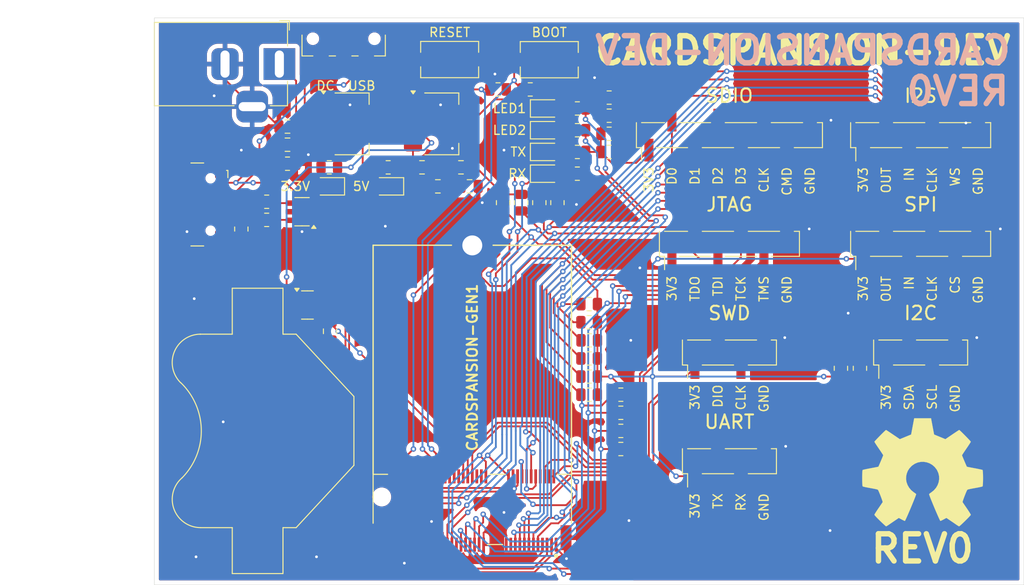
<source format=kicad_pcb>
(kicad_pcb (version 20241229) (generator "pcbnew") (generator_version "9.0")
  (layers (0 "F.Cu" signal) (2 "B.Cu" signal) (13 "F.Paste" user) (15 "B.Paste" user) (5 "F.SilkS" user "F.Silkscreen") (7 "B.SilkS" user "B.Silkscreen") (1 "F.Mask" user) (3 "B.Mask" user) (25 "Edge.Cuts" user))
  (net 0 "")
  (net 1 "Net-(BT1-+)")
  (net 2 "GND")
  (net 3 "+5V")
  (net 4 "+3.3V")
  (net 5 "Net-(U3-VI)")
  (net 6 "/DC-5V")
  (net 7 "/VBAT")
  (net 8 "Net-(D1-A)")
  (net 9 "Net-(D2-A)")
  (net 10 "Net-(D3-A)")
  (net 11 "Net-(D4-A)")
  (net 12 "/UART-RX")
  (net 13 "Net-(D5-A)")
  (net 14 "/UART-TX")
  (net 15 "Net-(D6-A)")
  (net 16 "/SDIO-D1")
  (net 17 "/I2S-SDOUT")
  (net 18 "/SPI-MISO")
  (net 21 "/BOOT")
  (net 22 "/SPI-CS")
  (net 23 "/USB-D-")
  (net 24 "/I2C-SDA")
  (net 28 "/LED1")
  (net 29 "/SDIO-D3")
  (net 30 "/JTAG-TDI")
  (net 31 "/SPI-CLK")
  (net 32 "/I2S-WS")
  (net 33 "/LED2")
  (net 37 "/SWCLK")
  (net 40 "/JTAG-TDO")
  (net 42 "/SDIO-CLK")
  (net 43 "/USB-D+")
  (net 46 "/SDIO-D2")
  (net 47 "/EN")
  (net 48 "/I2S-SDIN")
  (net 51 "/JTAG-TCK")
  (net 53 "/I2S-CK")
  (net 54 "/SPI-MOSI")
  (net 58 "/SDIO-D0")
  (net 60 "/JTAG-TMS")
  (net 61 "/SDIO-CMD")
  (net 63 "/SWDIO")
  (net 64 "/I2C-SCL")
  (net 65 "Net-(J2-CC1)")
  (net 66 "Net-(J2-D+-PadA6)")
  (net 67 "/USB-5V")
  (net 70 "Net-(J2-D--PadA7)")
  (net 71 "Net-(J2-CC2)")
  (net 72 "Net-(R3-Pad2)")
  (net 73 "Net-(R4-Pad2)")
  (footprint "Battery:BatteryHolder_Multicomp_BC-2001_1x2032" (layer "F.Cu") (at 96.8 79 90)
    (property "Reference" "BT1" (hide yes))
    (property "Value" "CR2032" (hide yes))
  )
  (footprint "Capacitor_SMD:C_0805_2012Metric" (layer "F.Cu") (at 120.2 52)
    (property "Reference" "C6" (hide yes))
    (property "Value" "100NF" (hide yes))
  )
  (footprint "Package_TO_SOT_SMD:SOT-223-3_TabPin2" (layer "F.Cu") (at 117.1 45.1)
    (property "Reference" "U2" (hide yes))
    (property "Value" "AMS1117-3.3" (hide yes))
  )
  (footprint "Resistor_SMD:R_0805_2012Metric" (layer "F.Cu") (at 104.7125 49.9)
    (property "Reference" "R9" (hide yes))
    (property "Value" "220" (hide yes))
  )
  (footprint "LED_SMD:LED_0805_2012Metric" (layer "F.Cu") (at 128.6 45.8)
    (property "Reference" "D2" (hide yes))
    (property "Value" "LED2")
  )
  (footprint "Capacitor_SMD:C_0805_2012Metric" (layer "F.Cu") (at 100.1 45.4 180)
    (property "Reference" "C3" (hide yes))
    (property "Value" "10UF" (hide yes))
  )
  (footprint "Connector_PinHeader_2.54mm:PinHeader_1x06_P2.54mm_Vertical_SMD_Pin1Left" (layer "F.Cu") (at 170 58.345 90)
    (property "Reference" "J9" (hide yes))
    (property "Value" "SPI")
  )
  (footprint "Connector_PinHeader_2.54mm:PinHeader_1x06_P2.54mm_Vertical_SMD_Pin1Left" (layer "F.Cu") (at 170 46.345 90)
    (property "Reference" "J8" (hide yes))
    (property "Value" "I2S")
  )
  (footprint "Resistor_SMD:R_0805_2012Metric" (layer "F.Cu") (at 132.1 45.8 180)
    (property "Reference" "R6" (hide yes))
    (property "Value" "220" (hide yes))
  )
  (footprint "Package_TO_SOT_SMD:SOT-23-6" (layer "F.Cu") (at 101.7 54.8 180)
    (property "Reference" "U1" (hide yes))
    (property "Value" "USBLC6-2SC6" (hide yes))
  )
  (footprint "Resistor_SMD:R_0805_2012Metric" (layer "F.Cu") (at 97.8 55.7)
    (property "Reference" "R4" (hide yes))
    (property "Value" "22" (hide yes))
  )
  (footprint "Resistor_SMD:R_0805_2012Metric" (layer "F.Cu") (at 163.3 72.0875 -90)
    (property "Reference" "R13" (hide yes))
    (property "Value" "4.7K" (hide yes))
  )
  (footprint "Connector_PinHeader_2.54mm:PinHeader_1x08_P2.54mm_Vertical_SMD_Pin1Left" (layer "F.Cu") (at 148.89 46.345 90)
    (property "Reference" "J10" (hide yes))
    (property "Value" "SDIO")
  )
  (footprint "Resistor_SMD:R_0805_2012Metric" (layer "F.Cu") (at 135.6125 46.2 180)
    (property "Reference" "R20" (hide yes))
    (property "Value" "4.7K" (hide yes))
  )
  (footprint "Resistor_SMD:R_0805_2012Metric" (layer "F.Cu") (at 133.4 67)
    (property "Reference" "R31" (hide yes))
    (property "Value" "10K" (hide yes))
  )
  (footprint "Connector_BarrelJack:BarrelJack_Horizontal" (layer "F.Cu") (at 99.2 38.5)
    (property "Reference" "J3" (hide yes))
    (property "Value" "12V-IN" (hide yes))
  )
  (footprint "Resistor_SMD:R_0805_2012Metric" (layer "F.Cu") (at 136.9 77)
    (property "Reference" "R23" (hide yes))
    (property "Value" "10K" (hide yes))
  )
  (footprint "Button_Switch_SMD:SW_Tactile_SPST_NO_Straight_CK_PTS636Sx25SMTRLFS" (layer "F.Cu") (at 118 38)
    (property "Reference" "SW1" (hide yes))
    (property "Value" "EN" (hide yes))
  )
  (footprint "Symbol:OSHW-Symbol_13.4x12mm_SilkScreen" (layer "F.Cu") (at 170.2 83.6)
    (property "Reference" "REF**" (hide yes))
    (property "Value" "OSHW-Symbol_13.4x12mm_SilkScreen" (hide yes))
  )
  (footprint "Resistor_SMD:R_0805_2012Metric" (layer "F.Cu") (at 97.8 53.7)
    (property "Reference" "R3" (hide yes))
    (property "Value" "22" (hide yes))
  )
  (footprint "Resistor_SMD:R_0805_2012Metric" (layer "F.Cu") (at 133.4 73)
    (property "Reference" "R28" (hide yes))
    (property "Value" "10K" (hide yes))
  )
  (footprint "Resistor_SMD:R_0805_2012Metric" (layer "F.Cu") (at 133.4125 69)
    (property "Reference" "R30" (hide yes))
    (property "Value" "10K" (hide yes))
  )
  (footprint "LED_SMD:LED_0805_2012Metric" (layer "F.Cu") (at 104.7125 52 180)
    (property "Reference" "D3" (hide yes))
    (property "Value" "3.3V-PWR" (hide yes))
  )
  (footprint "Resistor_SMD:R_0805_2012Metric" (layer "F.Cu") (at 135.6125 42.2 180)
    (property "Reference" "R22" (hide yes))
    (property "Value" "4.7K" (hide yes))
  )
  (footprint "Resistor_SMD:R_0805_2012Metric" (layer "F.Cu") (at 136.9 75)
    (property "Reference" "R26" (hide yes))
    (property "Value" "10K" (hide yes))
  )
  (footprint "Resistor_SMD:R_0805_2012Metric" (layer "F.Cu") (at 132.1 50.6)
    (property "Reference" "R12" (hide yes))
    (property "Value" "220" (hide yes))
  )
  (footprint "Resistor_SMD:R_0805_2012Metric" (layer "F.Cu") (at 100.1 49.5)
    (property "Reference" "R1" (hide yes))
    (property "Value" "5.1K" (hide yes))
  )
  (footprint "Button_Switch_SMD:SW_SPDT_CK_JS102011SAQN" (layer "F.Cu") (at 106.3 35.7 180)
    (property "Reference" "SW3" (hide yes))
    (property "Value" "5V-SOURCE" (hide yes))
  )
  (footprint "Resistor_SMD:R_0805_2012Metric" (layer "F.Cu") (at 135.6 48.2 180)
    (property "Reference" "R19" (hide yes))
    (property "Value" "4.7K" (hide yes))
  )
  (footprint "Resistor_SMD:R_0805_2012Metric" (layer "F.Cu") (at 95 56.7125 -90)
    (property "Reference" "R2" (hide yes))
    (property "Value" "5.1K" (hide yes))
  )
  (footprint "Resistor_SMD:R_0805_2012Metric" (layer "F.Cu") (at 123.34 41.3 180)
    (property "Reference" "R7" (hide yes))
    (property "Value" "1K" (hide yes))
  )
  (footprint "Resistor_SMD:R_0805_2012Metric" (layer "F.Cu") (at 127.9 53.8 90)
    (property "Reference" "R16" (hide yes))
    (property "Value" "10K" (hide yes))
  )
  (footprint "Resistor_SMD:R_0805_2012Metric" (layer "F.Cu") (at 136.9 79)
    (property "Reference" "R24" (hide yes))
    (property "Value" "10K" (hide yes))
  )
  (footprint "LED_SMD:LED_0805_2012Metric" (layer "F.Cu") (at 111.2375 52 180)
    (property "Reference" "D4" (hide yes))
    (property "Value" "5V-PWR" (hide yes))
  )
  (footprint "Connector_PinHeader_2.54mm:PinHeader_1x04_P2.54mm_Vertical_SMD_Pin1Left" (layer "F.Cu") (at 170 70.345 90)
    (property "Reference" "J5" (hide yes))
    (property "Value" "I2C")
  )
  (footprint "Resistor_SMD:R_0805_2012Metric" (layer "F.Cu") (at 123.9 53.8 90)
    (property "Reference" "R18" (hide yes))
    (property "Value" "10K" (hide yes))
  )
  (footprint "Resistor_SMD:R_0805_2012Metric" (layer "F.Cu") (at 136.9 81)
    (property "Reference" "R25" (hide yes))
    (property "Value" "10K" (hide yes))
  )
  (footprint "Connector_PinHeader_2.54mm:PinHeader_1x06_P2.54mm_Vertical_SMD_Pin1Left" (layer "F.Cu") (at 148.89 58.345 90)
    (property "Reference" "J6" (hide yes))
    (property "Value" "JTAG")
  )
  (footprint "Resistor_SMD:R_0805_2012Metric" (layer "F.Cu") (at 133.4 75)
    (property "Reference" "R27" (hide yes))
    (property "Value" "10K" (hide yes))
  )
  (footprint "Capacitor_SMD:C_0805_2012Metric" (layer "F.Cu") (at 114.95 49.9)
    (property "Reference" "C1" (hide yes))
    (property "Value" "10UF" (hide yes))
  )
  (footprint "Resistor_SMD:R_0805_2012Metric" (layer "F.Cu") (at 135.6125 44.2 180)
    (property "Reference" "R21" (hide yes))
    (property "Value" "4.7K" (hide yes))
  )
  (footprint "LED_SMD:LED_0805_2012Metric" (layer "F.Cu") (at 128.6 48.2)
    (property "Reference" "D6" (hide yes))
    (property "Value" "UART-TX" (hide yes))
  )
  (footprint "Resistor_SMD:R_0805_2012Metric" (layer "F.Cu") (at 133.4 65)
    (property "Reference" "R32" (hide yes))
    (property "Value" "10K" (hide yes))
  )
  (footprint "Resistor_SMD:R_0805_2012Metric" (layer "F.Cu") (at 125.9 53.8 90)
    (property "Reference" "R17" (hide yes))
    (property "Value" "10K" (hide yes))
  )
  (footprint "Package_TO_SOT_SMD:SOT-223-3_TabPin2" (layer "F.Cu") (at 107.2 45.1)
    (property "Reference" "U3" (hide yes))
    (property "Value" "AMS1117-5.0" (hide yes))
  )
  (footprint "LED_SMD:LED_0805_2012Metric" (layer "F.Cu") (at 128.6 50.6)
    (property "Reference" "D5" (hide yes))
    (property "Value" "UART-RX" (hide yes))
  )
  (footprint "LED_SMD:LED_0805_2012Metric" (layer "F.Cu") (at 128.6 43.4)
    (property "Reference" "D1" (hide yes))
    (property "Value" "LED1")
  )
  (footprint "Button_Switch_SMD:SW_Tactile_SPST_NO_Straight_CK_PTS636Sx25SMTRLFS" (layer "F.Cu") (at 129 38.015)
    (property "Reference" "SW2" (hide yes))
    (property "Value" "BOOT" (hide yes))
  )
  (footprint "Capacitor_SMD:C_0805_2012Metric" (layer "F.Cu") (at 116.7 52)
    (property "Reference" "C5" (hide yes))
    (property "Value" "10UF" (hide yes))
  )
  (footprint "Resistor_SMD:R_0805_2012Metric" (layer "F.Cu") (at 111.2125 49.9)
    (property "Reference" "R10" (hide yes))
    (property "Value" "1K" (hide yes))
  )
  (footprint "Resistor_SMD:R_0805_2012Metric" (layer "F.Cu") (at 129.9 53.8 90)
    (property "Reference" "R15" (hide yes))
    (property "Value" "10K" (hide yes))
  )
  (footprint "Resistor_SMD:R_0805_2012Metric" (layer "F.Cu") (at 132.1 48.2)
    (property "Reference" "R11" (hide yes))
    (property "Value" "220" (hide yes))
  )
  (footprint "Resistor_SMD:R_0805_2012Metric" (layer "F.Cu") (at 161.2 72.0875 -90)
    (property "Reference" "R14" (hide yes))
    (property "Value" "4.7K" (hide yes))
  )
  (footprint "M2-SOCKET-E:TE_2199119-4" (layer "F.Cu") (at 120.5 86.2925 180)
    (property "Reference" "J1" (hide yes))
    (property "Value" "M2-SOCKET-E" (hide yes))
  )
  (footprint "Connector_PinHeader_2.54mm:PinHeader_1x04_P2.54mm_Vertical_SMD_Pin1Left" (layer "F.Cu") (at 148.89 70.345 90)
    (property "Reference" "J7" (hide yes))
    (property "Value" "SWD")
  )
  (footprint "Capacitor_SMD:C_0805_2012Metric" (layer "F.Cu") (at 100.1 47.4 180)
    (property "Reference" "C4" (hide yes))
    (property "Value" "100NF" (hide yes))
  )
  (footprint "MountingHole:MountingHole_2.2mm_M2_Pad" (layer "F.Cu") (at 120.5 58.5175)
    (property "Reference" "H1" (hide yes))
    (property "Value" "M2-MOUNT" (hide yes))
  )
  (footprint "Capacitor_SMD:C_0805_2012Metric" (layer "F.Cu") (at 104.8 68 -90)
    (property "Reference" "C7" (hide yes))
    (property "Value" "100NF" (hide yes))
  )
  (footprint "Connector_PinHeader_2.54mm:PinHeader_1x04_P2.54mm_Vertical_SMD_Pin1Left" (layer "F.Cu") (at 148.89 82.345 90)
    (property "Reference" "J4" (hide yes))
    (property "Value" "UART")
  )
  (footprint "Resistor_SMD:R_0805_2012Metric" (layer "F.Cu") (at 132.1 43.4 180)
    (property "Reference" "R5" (hide yes))
    (property "Value" "220" (hide yes))
  )
  (footprint "Package_TO_SOT_SMD:SOT-23" (layer "F.Cu") (at 102.3 65.1)
    (property "Reference" "D7" (hide yes))
    (property "Value" "BAT54C" (hide yes))
  )
  (footprint "Resistor_SMD:R_0805_2012Metric" (layer "F.Cu") (at 133.4 71)
    (property "Reference" "R29" (hide yes))
    (property "Value" "10K" (hide yes))
  )
  (footprint "Capacitor_SMD:C_0805_2012Metric" (layer "F.Cu") (at 119.25 49.9 180)
    (property "Reference" "C2" (hide yes))
    (property "Value" "10UF" (hide yes))
  )
  (footprint "Connector_USB:USB_C_Receptacle_GCT_USB4110" (layer "F.Cu") (at 89 54 -90)
    (property "Reference" "J2" (hide yes))
    (property "Value" "USB4110" (hide yes))
  )
  (footprint "Resistor_SMD:R_0805_2012Metric" (layer "F.Cu") (at 126.9 41.3 180)
    (property "Reference" "R8" (hide yes))
    (property "Value" "1K" (hide yes))
  )
  (gr_line (start 122.8 58.5) (end 131.45 58.5) (stroke (width 0.15)) (layer "F.SilkS"))
  (gr_line (start 131.45 58.5) (end 131.45 83.7925) (stroke (width 0.15)) (layer "F.SilkS"))
  (gr_line (start 109.55 58.5) (end 109.55 83.7925) (stroke (width 0.15)) (layer "F.SilkS"))
  (gr_line (start 118.2 58.5) (end 109.55 58.5) (stroke (width 0.15)) (layer "F.SilkS"))
  (gr_rect (start 85.4 33.4) (end 181.4 96) (stroke (width 0.05)) (fill no) (layer "Edge.Cuts"))
  (gr_text "CARDSPANSION-DEV" (at 157 37 0) (layer "F.SilkS") (effects (font (size 3 3) (thickness 0.6) (bold yes))))
  (gr_text "CARDSPANSION-GEN1" (at 120.5 72 90) (layer "F.SilkS") (effects (font (size 1.125 1.125) (thickness 0.225) (bold yes))))
  (gr_text "DC" (at 104.3 40.9 0) (layer "F.SilkS") (effects (font (size 1 1))))
  (gr_text "USB" (at 108.3 40.9 0) (layer "F.SilkS") (effects (font (size 1 1))))
  (gr_text "REV0" (at 170.2 92 0) (layer "F.SilkS") (effects (font (size 3 3) (thickness 0.6) (bold yes))))
  (gr_text "REV0" (at 174.1 41.5 0) (layer "B.SilkS") (effects (font (size 3 3) (thickness 0.6) (bold yes)) (justify mirror)))
  (gr_text "CARDSPANSION-DEV" (at 157 37 0) (layer "B.SilkS") (effects (font (size 3 3) (thickness 0.6) (bold yes)) (justify mirror)))
  (segment (start 101.4 87.35) (end 101.4 70.65) (width 0.2) (layer "F.Cu") (net 1))
  (segment (start 96.8 91.95) (end 101.4 87.35) (width 0.2) (layer "F.Cu") (net 1))
  (segment (start 96.8 66.05) (end 101.3625 66.05) (width 0.2) (layer "F.Cu") (net 1))
  (segment (start 101.4 70.65) (end 96.8 66.05) (width 0.2) (layer "F.Cu") (net 1))
  (segment (start 111.25 92.45) (end 112.4 93.6) (width 0.2) (layer "F.Cu") (net 2))
  (segment (start 96 43.2) (end 96.95 43.2) (width 0.2) (layer "F.Cu") (net 2))
  (segment (start 111.25 91.5675) (end 111.25 92.45) (width 0.2) (layer "F.Cu") (net 2))
  (segment (start 113.8 52) (end 115.9 49.9) (width 0.2) (layer "F.Cu") (net 2))
  (segment (start 99.15 45.4) (end 99.15 47.4) (width 0.2) (layer "F.Cu") (net 2))
  (segment (start 118.75 92.75) (end 117.9 93.6) (width 0.2) (layer "F.Cu") (net 2))
  (segment (start 112.75 90.5405) (end 114.2905 89) (width 0.2) (layer "F.Cu") (net 2))
  (segment (start 160.09 44.69) (end 160.1 44.7) (width 0.2) (layer "F.Cu") (net 2))
  (segment (start 121.15 52) (end 121.15 53.35) (width 0.2) (layer "F.Cu") (net 2))
  (segment (start 132.875 38.015) (end 132.875 38.875) (width 0.2) (layer "F.Cu") (net 2))
  (segment (start 115.75 89.25) (end 116 89) (width 0.2) (layer "F.Cu") (net 2))
  (segment (start 115.75 91.5675) (end 115.75 92.75) (width 0.2) (layer "F.Cu") (net 2))
  (segment (start 113.5 93.6) (end 113 93.6) (width 0.2) (layer "F.Cu") (net 2))
  (segment (start 116.8 42.8) (end 117 43) (width 0.2) (layer "F.Cu") (net 2))
  (segment (start 152.7 80.69) (end 155.09 80.69) (width 0.2) (layer "F.Cu") (net 2))
  (segment (start 115.75 91.5675) (end 115.75 89.25) (width 0.2) (layer "F.Cu") (net 2))
  (segment (start 129.75 91.5675) (end 129.75 91.95) (width 0.2) (layer "F.Cu") (net 2))
  (segment (start 115.75 92.75) (end 114.9 93.6) (width 0.2) (layer "F.Cu") (net 2))
  (segment (start 115.7905 89) (end 116 89) (width 0.2) (layer "F.Cu") (net 2))
  (segment (start 117.25 92.75) (end 116.4 93.6) (width 0.2) (layer "F.Cu") (net 2))
  (segment (start 92.105 48.89) (end 92.105 50.225) (width 0.2) (layer "F.Cu") (net 2))
  (segment (start 157.78 44.69) (end 160.09 44.69) (width 0.2) (layer "F.Cu") (net 2))
  (segment (start 117.25 90.25) (end 116 89) (width 0.2) (layer "F.Cu") (net 2))
  (segment (start 112.4 93.6) (end 113 93.6) (width 0.2) (layer "F.Cu") (net 2))
  (segment (start 114.25 91.5675) (end 114.25 92.85) (width 0.2) (layer "F.Cu") (net 2))
  (segment (start 112.75 91.5675) (end 112.75 93.35) (width 0.2) (layer "F.Cu") (net 2))
  (segment (start 129.75 91.95) (end 130.9 93.1) (width 0.2) (layer "F.Cu") (net 2))
  (segment (start 121.15 53.35) (end 121.6 53.8) (width 0.2) (layer "F.Cu") (net 2))
  (segment (start 114.25 90.5405) (end 115.7905 89) (width 0.2) (layer "F.Cu") (net 2))
  (segment (start 114.2905 89) (end 116 89) (width 0.2) (layer "F.Cu") (net 2))
  (segment (start 92.105 50.225) (end 92.68 50.8) (width 0.2) (layer "F.Cu") (net 2))
  (segment (start 176.04 45) (end 176.35 44.69) (width 0.2) (layer "F.Cu") (net 2))
  (segment (start 173.81 68.69) (end 176.19 68.69) (width 0.2) (layer "F.Cu") (net 2))
  (segment (start 96.8 79) (end 94 79) (width 0.2) (layer "F.Cu") (net 2))
  (segment (start 110.15 90.7925) (end 110.15 91.35) (width 0.2) (layer "F.Cu") (net 2))
  (segment (start 92.105 59.11) (end 92.105 57.775) (width 0.2) (layer "F.Cu") (net 2))
  (segment (start 127.6625 45.8) (end 126.4625 47) (width 0.2) (layer "F.Cu") (net 2))
  (segment (start 178.79 56.69) (end 178.8 56.7) (width 0.2) (layer "F.Cu") (net 2))
  (segment (start 121.75 91.5675) (end 121.75 92.5425) (width 0.2) (layer "F.Cu") (net 2))
  (segment (start 119.4 93.6) (end 117.9 93.6) (width 0.2) (layer "F.Cu") (net 2))
  (segment (start 128.25 91.5675) (end 128.25 92.3445) (width 0.2) (layer "F.Cu") (net 2))
  (segment (start 155.09 80.69) (end 155.1 80.7) (width 0.2) (layer "F.Cu") (net 2))
  (segment (start 121.875 38) (end 121.875 38.475) (width 0.2) (layer "F.Cu") (net 2))
  (segment (start 121.75 90.25) (end 124 88) (width 0.2) (layer "F.Cu") (net 2))
  (segment (start 116.4 93.6) (end 114.9 93.6) (width 0.2) (layer "F.Cu") (net 2))
  (segment (start 127.6625 45.8) (end 127.6625 43.4) (width 0.2) (layer "F.Cu") (net 2))
  (segment (start 118.3 49.9) (end 118.3 47.8) (width 0.2) (layer "F.Cu") (net 2))
  (segment (start 157.69 56.69) (end 157.7 56.7) (width 0.2) (layer "F.Cu") (net 2))
  (segment (start 114.9 93.6) (end 113.5 93.6) (width 0.2) (layer "F.Cu") (net 2))
  (segment (start 95 57.625) (end 93.105 57.625) (width 0.2) (layer "F.Cu") (net 2))
  (segment (start 175 45) (end 176.04 45) (width 0.2) (layer "F.Cu") (net 2))
  (segment (start 94.11 48.89) (end 95 48) (width 0.2) (layer "F.Cu") (net 2))
  (segment (start 88.175 57.825) (end 89 57) (width 0.2) (layer "F.Cu") (net 2))
  (segment (start 96.2 43.2) (end 93.2 43.2) (width 0.2) (layer "F.Cu") (net 2))
  (segment (start 117.9 93.6) (end 116.4 93.6) (width 0.2) (layer "F.Cu") (net 2))
  (segment (start 101.7 55.275001) (end 101.7 57) (width 0.2) (layer "F.Cu") (net 2))
  (segment (start 100.5625 54.8) (end 101.224999 54.8) (width 0.2) (layer "F.Cu") (net 2))
  (segment (start 120.25 91.5675) (end 120.25 92.75) (width 0.2) (layer "F.Cu") (net 2))
  (segment (start 93.2 40.2) (end 96.2 43.2) (width 0.2) (layer "F.Cu") (net 2))
  (segment (start 121.75 91.5675) (end 121.75 90.25) (width 0.2) (layer "F.Cu") (net 2))
  (segment (start 121.875 38.475) (end 123 39.6) (width 0.2) (layer "F.Cu") (net 2))
  (segment (start 120.6925 93.6) (end 119.4 93.6) (width 0.2) (layer "F.Cu") (net 2))
  (segment (start 117.65 52) (end 117.65 50.55) (width 0.2) (layer "F.Cu") (net 2))
  (segment (start 92.105 57.775) (end 92.68 57.2) (width 0.2) (layer "F.Cu") (net 2))
  (segment (start 125.5 84.0175) (end 125.5 85) (width 0.2) (layer "F.Cu") (net 2))
  (segment (start 88.175 48.89) (end 92.105 48.89) (width 0.2) (layer "F.Cu") (net 2))
  (segment (start 125.5 85) (end 125.124265 85.375735) (width 0.2) (layer "F.Cu") (net 2))
  (segment (start 112.175 52) (end 113.8 52) (width 0.2) (layer "F.Cu") (net 2))
  (segment (start 88.175 59.11) (end 92.105 59.11) (width 0.2) (layer "F.Cu") (net 2))
  (segment (start 93.105 57.625) (end 92.68 57.2) (width 0.2) (layer "F.Cu") (net 2))
  (segment (start 113.95 42.8) (end 116.8 42.8) (width 0.2) (layer "F.Cu") (net 2))
  (segment (start 117.65 50.55) (end 118.3 49.9) (width 0.2) (layer "F.Cu") (net 2))
  (segment (start 126.4625 47) (end 125 47) (width 0.2) (layer "F.Cu") (net 2))
  (segment (start 176.19 68.69) (end 176.2 68.7) (width 0.2) (layer "F.Cu") (net 2))
  (segment (start 96.95 43.2) (end 99.15 45.4) (width 0.2) (layer "F.Cu") (net 2))
  (segment (start 120.25 92.75) (end 119.4 93.6) (width 0.2) (layer "F.Cu") (net 2))
  (segment (start 88.175 59.11) (end 88.175 57.825) (width 0.2) (layer "F.Cu") (net 2))
  (segment (start 104.05 42.8) (end 106.8 42.8) (width 0.2) (layer "F.Cu") (net 2))
  (segment (start 117.25 91.5675) (end 117.25 90.25) (width 0.2) (layer "F.Cu") (net 2))
  (segment (start 130.85 93.05) (end 130.9 93.1) (width 0.2) (layer "F.Cu") (net 2))
  (segment (start 114.25 92.85) (end 113.5 93.6) (width 0.2) (layer "F.Cu") (net 2))
  (segment (start 93.2 38.5) (end 93.2 40.2) (width 0.2) (layer "F.Cu") (net 2))
  (segment (start 110.15 91.35) (end 111.25 92.45) (width 0.2) (layer "F.Cu") (net 2))
  (segment (start 94 79) (end 93 78) (width 0.2) (layer "F.Cu") (net 2))
  (segment (start 117.25 91.5675) (end 117.25 92.75) (width 0.2) (layer "F.Cu") (net 2))
  (segment (start 126.9945 93.6) (end 120.6925 93.6) (width 0.2) (layer "F.Cu") (net 2))
  (segment (start 176.35 56.69) (end 178.79 56.69) (width 0.2) (layer "F.Cu") (net 2))
  (segment (start 128.25 92.3445) (end 126.9945 93.6) (width 0.2) (layer "F.Cu") (net 2))
  (segment (start 112.75 93.35) (end 113 93.6) (width 0.2) (layer "F.Cu") (net 2))
  (segment (start 112.75 91.5675) (end 112.75 90.5405) (width 0.2) (layer "F.Cu") (net 2))
  (segment (start 106.8 42.8) (end 107 43) (width 0.2) (layer "F.Cu") (net 2))
  (segment (start 93.2 43.2) (end 92 42) (width 0.2) (layer "F.Cu") (net 2))
  (segment (start 96.2 43.2) (end 96.95 43.2) (width 0.2) (layer "F.Cu") (net 2))
  (segment (start 155.24 56.69) (end 157.69 56.69) (width 0.2) (layer "F.Cu") (net 2))
  (segment (start 101.224999 54.8) (end 101.7 55.275001) (width 0.2) (layer "F.Cu") (net 2))
  (segment (start 92.105 48.89) (end 94.11 48.89) (width 0.2) (layer "F.Cu") (net 2))
  (segment (start 132.875 38.875) (end 134 40) (width 0.2) (layer "F.Cu") (net 2))
  (segment (start 121.75 92.5425) (end 120.6925 93.6) (width 0.2) (layer "F.Cu") (net 2))
  (segment (start 154.99 68.69) (end 155 68.7) (width 0.2) (layer "F.Cu") (net 2))
  (segment (start 125 47) (end 124 48) (width 0.2) (layer "F.Cu") (net 2))
  (segment (start 130.85 90.7925) (end 130.85 93.05) (width 0.2) (layer "F.Cu") (net 2))
  (segment (start 114.25 91.5675) (end 114.25 90.5405) (width 0.2) (layer "F.Cu") (net 2))
  (segment (start 152.7 68.69) (end 154.99 68.69) (width 0.2) (layer "F.Cu") (net 2))
  (segment (start 118.75 91.5675) (end 118.75 92.75) (width 0.2) (layer "F.Cu") (net 2))
  (segment (start 115.9 49.9) (end 118.3 49.9) (width 0.2) (layer "F.Cu") (net 2))
  (via (at 107 43) (size 0.6) (drill 0.3) (layers "F.Cu" "B.Cu") (net 2))
  (via (at 90 92.9) (size 0.6) (drill 0.3) (layers "F.Cu" "B.Cu") (net 2))
  (via (at 155.1 80.7) (size 0.6) (drill 0.3) (layers "F.Cu" "B.Cu") (net 2))
  (via (at 95 48) (size 0.6) (drill 0.3) (layers "F.Cu" "B.Cu") (net 2))
  (via (at 118.3 47.8) (size 0.6) (drill 0.3) (layers "F.Cu" "B.Cu") (net 2))
  (via (at 160 90) (size 0.6) (drill 0.3) (layers "F.Cu" "B.Cu") (net 2))
  (via (at 176.2 68.7) (size 0.6) (drill 0.3) (layers "F.Cu" "B.Cu") (net 2))
  (via (at 124 48) (size 0.6) (drill 0.3) (layers "F.Cu" "B.Cu") (net 2))
  (via (at 121.6 53.8) (size 0.6) (drill 0.3) (layers "F.Cu" "B.Cu") (net 2))
  (via (at 101.7 57) (size 0.6) (drill 0.3) (layers "F.Cu" "B.Cu") (net 2))
  (via (at 125.124265 85.375735) (size 0.6) (drill 0.3) (layers "F.Cu" "B.Cu") (net 2))
  (via (at 89 57) (size 0.6) (drill 0.3) (layers "F.Cu" "B.Cu") (net 2))
  (via (at 110.9 56.4) (size 0.6) (drill 0.3) (layers "F.Cu" "B.Cu") (net 2))
  (via (at 157.7 56.7) (size 0.6) (drill 0.3) (layers "F.Cu" "B.Cu") (net 2))
  (via (at 123 39.6) (size 0.6) (drill 0.3) (layers "F.Cu" "B.Cu") (net 2))
  (via (at 137.8 88.9) (size 0.6) (drill 0.3) (layers "F.Cu" "B.Cu") (net 2))
  (via (at 117 43) (size 0.6) (drill 0.3) (layers "F.Cu" "B.Cu") (net 2))
  (via (at 139 61) (size 0.6) (drill 0.3) (layers "F.Cu" "B.Cu") (net 2))
  (via (at 138 69) (size 0.6) (drill 0.3) (layers "F.Cu" "B.Cu") (net 2))
  (via (at 134 40) (size 0.6) (drill 0.3) (layers "F.Cu" "B.Cu") (net 2))
  (via (at 132 54) (size 0.6) (drill 0.3) (layers "F.Cu" "B.Cu") (net 2))
  (via (at 103.3 92.9) (size 0.6) (drill 0.3) (layers "F.Cu" "B.Cu") (net 2))
  (via (at 155 68.7) (size 0.6) (drill 0.3) (layers "F.Cu" "B.Cu") (net 2))
  (via (at 92 42) (size 0.6) (drill 0.3) (layers "F.Cu" "B.Cu") (net 2))
  (via (at 93 78) (size 0.6) (drill 0.3) (layers "F.Cu" "B.Cu") (net 2))
  (via (at 160.1 44.7) (size 0.6) (drill 0.3) (layers "F.Cu" "B.Cu") (net 2))
  (via (at 102.4 48.5) (size 0.6) (drill 0.3) (layers "F.Cu" "B.Cu") (net 2))
  (via (at 130.9 93.1) (size 0.6) (drill 0.3) (layers "F.Cu" "B.Cu") (net 2))
  (via (at 89.8 64.4) (size 0.6) (drill 0.3) (layers "F.Cu" "B.Cu") (net 2))
  (via (at 116 89) (size 0.6) (drill 0.3) (layers "F.Cu" "B.Cu") (net 2))
  (via (at 113 93.6) (size 0.6) (drill 0.3) (layers "F.Cu" "B.Cu") (net 2))
  (via (at 162 66) (size 0.6) (drill 0.3) (layers "F.Cu" "B.Cu") (net 2))
  (via (at 175 45) (size 0.6) (drill 0.3) (layers "F.Cu" "B.Cu") (net 2))
  (via (at 124 88) (size 0.6) (drill 0.3) (layers "F.Cu" "B.Cu") (net 2))
  (via (at 178.8 56.7) (size 0.6) (drill 0.3) (layers "F.Cu" "B.Cu") (net 2))
  (segment (start 112.2 45.65) (end 112.2 39.1) (width 0.2) (layer "F.Cu") (net 3))
  (segment (start 112.125 49.9) (end 114 49.9) (width 0.2) (layer "F.Cu") (net 3))
  (segment (start 113.95 47.4) (end 112.2 45.65) (width 0.2) (layer "F.Cu") (net 3))
  (segment (start 109.8 36.7) (end 108.05 36.7) (width 0.2) (layer "F.Cu") (net 3))
  (segment (start 113.95 49.85) (end 114 49.9) (width 0.2) (layer "F.Cu") (net 3))
  (segment (start 112.2 39.1) (end 109.8 36.7) (width 0.2) (layer "F.Cu") (net 3))
  (segment (start 113.95 47.4) (end 113.95 49.85) (width 0.2) (layer "F.Cu") (net 3))
  (segment (start 108.05 36.7) (end 106.3 38.45) (width 0.2) (layer "F.Cu") (net 3))
  (segment (start 134.3125 75) (end 134.3125 73) (width 0.2) (layer "F.Cu") (net 4))
  (segment (start 134.7 46.2) (end 134.7 44.2) (width 0.2) (layer "F.Cu") (net 4))
  (segment (start 144.08 73) (end 140.4 73) (width 0.2) (layer "F.Cu") (net 4))
  (segment (start 101.3625 64.15) (end 100 62.7875) (width 0.2) (layer "F.Cu") (net 4))
  (segment (start 163.65 60) (end 163.65 48) (width 0.2) (layer "F.Cu") (net 4))
  (segment (start 159.3 73) (end 161.2 73) (width 0.2) (layer "F.Cu") (net 4))
  (segment (start 134.325 69) (end 134.325 67.0125) (width 0.2) (layer "F.Cu") (net 4))
  (segment (start 141 60) (end 142.54 60) (width 0.2) (layer "F.Cu") (net 4))
  (segment (start 134.3125 67) (end 134.3125 65) (width 0.2) (layer "F.Cu") (net 4))
  (segment (start 138.6 49.4) (end 140 48) (width 0.2) (layer "F.Cu") (net 4))
  (segment (start 130.6175 82.9) (end 131.9 82.9) (width 0.2) (layer "F.Cu") (net 4))
  (segment (start 114 64) (end 116.5 61.5) (width 0.2) (layer "F.Cu") (net 4))
  (segment (start 120.9125 49.9) (end 123.9 52.8875) (width 0.2) (layer "F.Cu") (net 4))
  (segment (start 134.3125 63.5125) (end 130.749 59.949) (width 0.2) (layer "F.Cu") (net 4))
  (segment (start 133.798 82.198) (end 136.6145 82.198) (width 0.2) (layer "F.Cu") (net 4))
  (segment (start 143 84) (end 145.08 84) (width 0.2) (layer "F.Cu") (net 4))
  (segment (start 134.6875 48.2) (end 134.6875 46.2125) (width 0.2) (layer "F.Cu") (net 4))
  (segment (start 163.3 73) (end 161.2 73) (width 0.2) (layer "F.Cu") (net 4))
  (segment (start 112 83) (end 114 81) (width 0.2) (layer "F.Cu") (net 4))
  (segment (start 100 62.7875) (end 100 62) (width 0.2) (layer "F.Cu") (net 4))
  (segment (start 111.5 84.0175) (end 112 84.0175) (width 0.2) (layer "F.Cu") (net 4))
  (segment (start 113.95 45.1) (end 113.95 45.15) (width 0.2) (layer "F.Cu") (net 4))
  (segment (start 163.3 73) (end 165.19 73) (width 0.2) (layer "F.Cu") (net 4))
  (segment (start 133.0125 48.2) (end 133.0125 50.6) (width 0.2) (layer "F.Cu") (net 4))
  (segment (start 129.5 84.0175) (end 130.6175 82.9) (width 0.2) (layer "F.Cu") (net 4))
  (segment (start 135.8125 73) (end 137.8125 75) (width 0.2) (layer "F.Cu") (net 4))
  (segment (start 134.3125 65) (end 134.3125 63.5125) (width 0.2) (layer "F.Cu") (net 4))
  (segment (start 127.9 52.8875) (end 129.9 52.8875) (width 0.2) (layer "F.Cu") (net 4))
  (segment (start 136.6145 82.198) (end 137.8125 81) (width 0.2) (layer "F.Cu") (net 4))
  (segment (start 134.7 44.2) (end 134.7 42.2) (width 0.2) (layer "F.Cu") (net 4))
  (segment (start 134.325 67.0125) (end 134.3125 67) (width 0.2) (layer "F.Cu") (net 4))
  (segment (start 122.95 42.4) (end 126.7125 42.4) (width 0.2) (layer "F.Cu") (net 4))
  (segment (start 134.3125 69.0125) (end 134.325 69) (width 0.2) (layer "F.Cu") (net 4))
  (segment (start 120.25 45.1) (end 122.95 42.4) (width 0.2) (layer "F.Cu") (net 4))
  (segment (start 137.8125 79) (end 137.8125 81) (width 0.2) (layer "F.Cu") (net 4))
  (segment (start 134.6875 48.2) (end 135.8875 49.4) (width 0.2) (layer "F.Cu") (net 4))
  (segment (start 124 63) (end 122.5 63) (width 0.2) (layer "F.Cu") (net 4))
  (segment (start 165.19 73) (end 166.19 72) (width 0.2) (layer "F.Cu") (net 4))
  (segment (start 124.05 41.3) (end 122.95 42.4) (width 0.2) (layer "F.Cu") (net 4))
  (segment (start 134.6875 46.2125) (end 134.7 46.2) (width 0.2) (layer "F.Cu") (net 4))
  (segment (start 135.8 73) (end 135.8125 73) (width 0.2) (layer "F.Cu") (net 4))
  (segment (start 129.5 84.0175) (end 129 84.0175) (width 0.2) (layer "F.Cu") (net 4))
  (segment (start 133.0125 48.2) (end 134.6875 48.2) (width 0.2) (layer "F.Cu") (net 4))
  (segment (start 161.8 60) (end 163.65 60) (width 0.2) (layer "F.Cu") (net 4))
  (segment (start 134.3125 73) (end 134.3125 71) (width 0.2) (layer "F.Cu") (net 4))
  (segment (start 127.8125 41.3) (end 126.7125 42.4) (width 0.2) (layer "F.Cu") (net 4))
  (segment (start 123.5 56.9) (end 122.5 55.9) (width 0.2) (layer "F.Cu") (net 4))
  (segment (start 122.5 63) (end 121.5 62) (width 0.2) (layer "F.Cu") (net 4))
  (segment (start 122.5 55.9) (end 122.5 54.2875) (width 0.2) (layer "F.Cu") (net 4))
  (segment (start 121.5 61.5) (end 123.5 59.5) (width 0.2) (layer "F.Cu") (net 4))
  (segment (start 135.8875 49.4) (end 138.6 49.4) (width 0.2) (layer "F.Cu") (net 4))
  (segment (start 120.25 49.85) (end 120.2 49.9) (width 0.2) (layer "F.Cu") (net 4))
  (segment (start 123.5 59.5) (end 123.5 56.9) (width 0.2) (layer "F.Cu") (net 4))
  (segment (start 137.8125 75) (end 137.8125 77) (width 0.2) (layer "F.Cu") (net 4))
  (segment (start 125.9 52.8875) (end 127.9 52.8875) (width 0.2) (layer "F.Cu") (net 4))
  (segment (start 124.2525 41.3) (end 124.05 41.3) (width 0.2) (layer "F.Cu") (net 4))
  (segment (start 130.749 59.949) (end 127.051 59.949) (width 0.2) (layer "F.Cu") (net 4))
  (segment (start 113.95 45.1) (end 120.25 45.1) (width 0.2) (layer "F.Cu") (net 4))
  (segment (start 134.3125 73) (end 135.8 73) (width 0.2) (layer "F.Cu") (net 4))
  (segment (start 132 80.4) (end 133.798 82.198) (width 0.2) (layer "F.Cu") (net 4))
  (segment (start 127.051 59.949) (end 124 63) (width 0.2) (layer "F.Cu") (net 4))
  (segment (start 120.25 45.1) (end 120.25 49.85) (width 0.2) (layer "F.Cu") (net 4))
  (segment (start 121.5 62) (end 121.5 61.5) (width 0.2) (layer "F.Cu") (net 4))
  (segment (start 129.9 52.8875) (end 130.725 52.8875) (width 0.2) (layer "F.Cu") (net 4))
  (segment (start 113.95 45.15) (end 116 47.2) (width 0.2) (layer "F.Cu") (net 4))
  (segment (start 134.3125 71) (end 134.3125 69.0125) (width 0.2) (layer "F.Cu") (net 4))
  (segment (start 122.5 54.2875) (end 123.9 52.8875) (width 0.2) (layer "F.Cu") (net 4))
  (segment (start 112 84.0175) (end 112 83) (width 0.2) (layer "F.Cu") (net 4))
  (segment (start 137.8125 77) (end 137.8125 79) (width 0.2) (layer "F.Cu") (net 4))
  (segment (start 105.625 49.9) (end 107.1 49.9) (width 0.2) (layer "F.Cu") (net 4))
  (segment (start 130.725 52.8875) (end 133.0125 50.6) (width 0.2) (layer "F.Cu") (net 4))
  (segment (start 120.2 49.9) (end 120.9125 49.9) (width 0.2) (layer "F.Cu") (net 4))
  (segment (start 123.9 52.8875) (end 125.9 52.8875) (width 0.2) (layer "F.Cu") (net 4))
  (segment (start 145.08 72) (end 144.08 73) (width 0.2) (layer "F.Cu") (net 4))
  (segment (start 116.5 61.5) (end 121.5 61.5) (width 0.2) (layer "F.Cu") (net 4))
  (via (at 140.4 73) (size 0.6) (drill 0.3) (layers "F.Cu" "B.Cu") (net 4))
  (via (at 107.1 49.9) (size 0.6) (drill 0.3) (layers "F.Cu" "B.Cu") (net 4))
  (via (at 141 60) (size 0.6) (drill 0.3) (layers "F.Cu" "B.Cu") (net 4))
  (via (at 114 64) (size 0.6) (drill 0.3) (layers "F.Cu" "B.Cu") (net 4))
  (via (at 132 80.4) (size 0.6) (drill 0.3) (layers "F.Cu" "B.Cu") (net 4))
  (via (at 131.9 82.9) (size 0.6) (drill 0.3) (layers "F.Cu" "B.Cu") (net 4))
  (via (at 135.8 73) (size 0.6) (drill 0.3) (layers "F.Cu" "B.Cu") (net 4))
  (via (at 116 47.2) (size 0.6) (drill 0.3) (layers "F.Cu" "B.Cu") (net 4))
  (via (at 114 81) (size 0.6) (drill 0.3) (layers "F.Cu" "B.Cu") (net 4))
  (via (at 161.8 60) (size 0.6) (drill 0.3) (layers "F.Cu" "B.Cu") (net 4))
  (via (at 143 84) (size 0.6) (drill 0.3) (layers "F.Cu" "B.Cu") (net 4))
  (via (at 100 62) (size 0.6) (drill 0.3) (layers "F.Cu" "B.Cu") (net 4))
  (via (at 159.3 73) (size 0.6) (drill 0.3) (layers "F.Cu" "B.Cu") (net 4))
  (segment (start 102.4 49.9) (end 107.1 49.9) (width 0.2) (layer "B.Cu") (net 4))
  (segment (start 136.6 73) (end 140.4 73) (width 0.2) (layer "B.Cu") (net 4))
  (segment (start 140.4 73) (end 140.4 61.7) (width 0.2) (layer "B.Cu") (net 4))
  (segment (start 140.4 81) (end 140.4 81.4) (width 0.2) (layer "B.Cu") (net 4))
  (segment (start 100 62) (end 100 52.3) (width 0.2) (layer "B.Cu") (net 4))
  (segment (start 141 60) (end 157.5 60) (width 0.2) (layer "B.Cu") (net 4))
  (segment (start 135.8 73) (end 136.6 73) (width 0.2) (layer "B.Cu") (net 4))
  (segment (start 114 78.6) (end 114 64) (width 0.2) (layer "B.Cu") (net 4))
  (segment (start 131.9 82.9) (end 132.1 82.7) (width 0.2) (layer "B.Cu") (net 4))
  (segment (start 140.4 60.6) (end 141 60) (width 0.2) (layer "B.Cu") (net 4))
  (segment (start 140.4 61.7) (end 140.4 60.6) (width 0.2) (layer "B.Cu") (net 4))
  (segment (start 132.1 80.5) (end 132 80.4) (width 0.2) (layer "B.Cu") (net 4))
  (segment (start 140.4 73) (end 158.1 73) (width 0.2) (layer "B.Cu") (net 4))
  (segment (start 100 52.3) (end 102.4 49.9) (width 0.2) (layer "B.Cu") (net 4))
  (segment (start 140.4 73) (end 140.4 81) (width 0.2) (layer "B.Cu") (net 4))
  (segment (start 132.1 82.7) (end 132.1 81.6) (width 0.2) (layer "B.Cu") (net 4))
  (segment (start 132.1 81.6) (end 132.1 80.5) (width 0.2) (layer "B.Cu") (net 4))
  (segment (start 116 47.2) (end 115.2 48) (width 0.2) (layer "B.Cu") (net 4))
  (segment (start 114 81) (end 114 78.6) (width 0.2) (layer "B.Cu") (net 4))
  (segment (start 158.1 73) (end 159.3 73) (width 0.2) (layer "B.Cu") (net 4))
  (segment (start 140.4 81.4) (end 143 84) (width 0.2) (layer "B.Cu") (net 4))
  (segment (start 157.5 60) (end 161.8 60) (width 0.2) (layer "B.Cu") (net 4))
  (segment (start 109 48) (end 115.2 48) (width 0.2) (layer "B.Cu") (net 4))
  (segment (start 107.1 49.9) (end 109 48) (width 0.2) (layer "B.Cu") (net 4))
  (segment (start 101.05 47.4) (end 104.05 47.4) (width 0.2) (layer "F.Cu") (net 5))
  (segment (start 101.05 40.35) (end 99.2 38.5) (width 0.2) (layer "F.Cu") (net 5))
  (segment (start 101.05 47.4) (end 101.05 45.4) (width 0.2) (layer "F.Cu") (net 5))
  (segment (start 101.05 45.4) (end 101.05 40.35) (width 0.2) (layer "F.Cu") (net 5))
  (segment (start 108.4 52.4) (end 109.5 53.5) (width 0.2) (layer "F.Cu") (net 6))
  (segment (start 103.1 45.1) (end 102 44) (width 0.2) (layer "F.Cu") (net 6))
  (segment (start 114.25 53.5) (end 117.75 53.5) (width 0.2) (layer "F.Cu") (net 6))
  (segment (start 104.05 45.1) (end 103.1 45.1) (width 0.2) (layer "F.Cu") (net 6))
  (segment (start 102 40.25) (end 103.8 38.45) (width 0.2) (layer "F.Cu") (net 6))
  (segment (start 110.35 45.1) (end 108.4 47.05) (width 0.2) (layer "F.Cu") (net 6))
  (segment (start 114.25 53.5) (end 115.75 52) (width 0.2) (layer "F.Cu") (net 6))
  (segment (start 102 44) (end 102 40.25) (width 0.2) (layer "F.Cu") (net 6))
  (segment (start 117.75 53.5) (end 119.25 52) (width 0.2) (layer "F.Cu") (net 6))
  (segment (start 109.5 53.5) (end 114.25 53.5) (width 0.2) (layer "F.Cu") (net 6))
  (segment (start 108.4 47.05) (end 108.4 52.4) (width 0.2) (layer "F.Cu") (net 6))
  (segment (start 104.05 45.1) (end 110.35 45.1) (width 0.2) (layer "F.Cu") (net 6))
  (segment (start 108.1 70.4) (end 119.5 81.8) (width 0.2) (layer "F.Cu") (net 7))
  (segment (start 104.8 67.1) (end 105.7 68) (width 0.2) (layer "F.Cu") (net 7))
  (segment (start 103.2375 65.1) (end 104.8 66.6625) (width 0.2) (layer "F.Cu") (net 7))
  (segment (start 104.8 66.6625) (end 104.8 67.05) (width 0.2) (layer "F.Cu") (net 7))
  (segment (start 119.5 81.8) (end 119.5 84.0175) (width 0.2) (layer "F.Cu") (net 7))
  (segment (start 104.8 67.05) (end 104.8 67.1) (width 0.2) (layer "F.Cu") (net 7))
  (via (at 108.1 70.4) (size 0.6) (drill 0.3) (layers "F.Cu" "B.Cu") (net 7))
  (via (at 105.7 68) (size 0.6) (drill 0.3) (layers "F.Cu" "B.Cu") (net 7))
  (segment (start 105.7 68) (end 106.3 68.6) (width 0.2) (layer "B.Cu") (net 7))
  (segment (start 106.3 68.6) (end 108.1 70.4) (width 0.2) (layer "B.Cu") (net 7))
  (segment (start 131.1875 43.4) (end 129.5375 43.4) (width 0.2) (layer "F.Cu") (net 8))
  (segment (start 129.5375 45.8) (end 131.1875 45.8) (width 0.2) (layer "F.Cu") (net 9))
  (segment (start 103.8 49.9) (end 103.8 51.975) (width 0.2) (layer "F.Cu") (net 10))
  (segment (start 103.8 51.975) (end 103.775 52) (width 0.2) (layer "F.Cu") (net 10))
  (segment (start 110.3 49.9) (end 110.3 52) (width 0.2) (layer "F.Cu") (net 11))
  (segment (start 125.5 59.2) (end 125.5 57) (width 0.2) (layer "F.Cu") (net 12))
  (segment (start 126.5625 51.7) (end 126 51.7) (width 0.2) (layer "F.Cu") (net 12))
  (segment (start 147.6 85.1) (end 137.9 94.8) (width 0.2) (layer "F.Cu") (net 12))
  (segment (start 137.9 94.8) (end 130.6 94.8) (width 0.2) (layer "F.Cu") (net 12))
  (segment (start 150.16 84) (end 148.7 84) (width 0.2) (layer "F.Cu") (net 12))
  (segment (start 123.1 61.6) (end 125.5 59.2) (width 0.2) (layer "F.Cu") (net 12))
  (segment (start 148.7 84) (end 147.6 85.1) (width 0.2) (layer "F.Cu") (net 12))
  (segment (start 127.6625 50.6) (end 126.5625 51.7) (width 0.2) (layer "F.Cu") (net 12))
  (segment (start 123.1 62.3) (end 123.1 61.6) (width 0.2) (layer "F.Cu") (net 12))
  (segment (start 124.5 84.0175) (end 124.5 84) (width 0.2) (layer "F.Cu") (net 12))
  (segment (start 124.5 84) (end 122.2 81.7) (width 0.2) (layer "F.Cu") (net 12))
  (via (at 122.2 81.7) (size 0.6) (drill 0.3) (layers "F.Cu" "B.Cu") (net 12))
  (via (at 126 51.7) (size 0.6) (drill 0.3) (layers "F.Cu" "B.Cu") (net 12))
  (via (at 123.1 62.3) (size 0.6) (drill 0.3) (layers "F.Cu" "B.Cu") (net 12))
  (via (at 130.6 94.8) (size 0.6) (drill 0.3) (layers "F.Cu" "B.Cu") (net 12))
  (via (at 125.5 57) (size 0.6) (drill 0.3) (layers "F.Cu" "B.Cu") (net 12))
  (segment (start 118.3 90) (end 118.3 85.6) (width 0.2) (layer "B.Cu") (net 12))
  (segment (start 122.2 81.7) (end 123.1 80.8) (width 0.2) (layer "B.Cu") (net 12))
  (segment (start 129.4 93.6) (end 121.9 93.6) (width 0.2) (layer "B.Cu") (net 12))
  (segment (start 126 56.5) (end 125.5 57) (width 0.2) (layer "B.Cu") (net 12))
  (segment (start 130.6 94.8) (end 129.4 93.6) (width 0.2) (layer "B.Cu") (net 12))
  (segment (start 123.1 80.8) (end 123.1 62.3) (width 0.2) (layer "B.Cu") (net 12))
  (segment (start 121.9 93.6) (end 118.3 90) (width 0.2) (layer "B.Cu") (net 12))
  (segment (start 126 51.7) (end 126 56.5) (width 0.2) (layer "B.Cu") (net 12))
  (segment (start 118.3 85.6) (end 122.2 81.7) (width 0.2) (layer "B.Cu") (net 12))
  (segment (start 129.5375 50.6) (end 131.1875 50.6) (width 0.2) (layer "F.Cu") (net 13))
  (segment (start 122.3 61.7) (end 124.6 59.4) (width 0.2) (layer "F.Cu") (net 14))
  (segment (start 137.8 94.2) (end 130 94.2) (width 0.2) (layer "F.Cu") (net 14))
  (segment (start 147.62 80.69) (end 147.62 84.38) (width 0.2) (layer "F.Cu") (net 14))
  (segment (start 146 86) (end 137.8 94.2) (width 0.2) (layer "F.Cu") (net 14))
  (segment (start 127.6625 48.2) (end 125.2 50.6625) (width 0.2) (layer "F.Cu") (net 14))
  (segment (start 124.6 59.4) (end 124.6 57) (width 0.2) (layer "F.Cu") (net 14))
  (segment (start 130 94.2) (end 129 94.2) (width 0.2) (layer "F.Cu") (net 14))
  (segment (start 122 84.0175) (end 122 82.4) (width 0.2) (layer "F.Cu") (net 14))
  (segment (start 147.62 84.38) (end 146 86) (width 0.2) (layer "F.Cu") (net 14))
  (segment (start 125.2 50.6625) (end 125.2 51.7) (width 0.2) (layer "F.Cu") (net 14))
  (segment (start 122 82.4) (end 121.3 81.7) (width 0.2) (layer "F.Cu") (net 14))
  (via (at 125.2 51.7) (size 0.6) (drill 0.3) (layers "F.Cu" "B.Cu") (net 14))
  (via (at 122.3 61.7) (size 0.6) (drill 0.3) (layers "F.Cu" "B.Cu") (net 14))
  (via (at 129 94.2) (size 0.6) (drill 0.3) (layers "F.Cu" "B.Cu") (net 14))
  (via (at 121.3 81.7) (size 0.6) (drill 0.3) (layers "F.Cu" "B.Cu") (net 14))
  (via (at 124.6 57) (size 0.6) (drill 0.3) (layers "F.Cu" "B.Cu") (net 14))
  (segment (start 122.699 62.748943) (end 122.499 62.548943) (width 0.2) (layer "B.Cu") (net 14))
  (segment (start 121.7329 94) (end 128.8 94) (width 0.2) (layer "B.Cu") (net 14))
  (segment (start 122.699 80.301) (end 122.699 62.748943) (width 0.2) (layer "B.Cu") (net 14))
  (segment (start 125.2 51.7) (end 125.2 55.9) (width 0.2) (layer "B.Cu") (net 14))
  (segment (start 121.3 81.7) (end 122.699 80.301) (width 0.2) (layer "B.Cu") (net 14))
  (segment (start 125.2 56.4) (end 124.6 57) (width 0.2) (layer "B.Cu") (net 14))
  (segment (start 122.499 61.899) (end 122.3 61.7) (width 0.2) (layer "B.Cu") (net 14))
  (segment (start 128.8 94) (end 129 94.2) (width 0.2) (layer "B.Cu") (net 14))
  (segment (start 117.899 85.101) (end 117.899 90.1661) (width 0.2) (layer "B.Cu") (net 14))
  (segment (start 122.499 62.548943) (end 122.499 61.899) (width 0.2) (layer "B.Cu") (net 14))
  (segment (start 121.3 81.7) (end 117.899 85.101) (width 0.2) (layer "B.Cu") (net 14))
  (segment (start 125.2 55.9) (end 125.2 56.4) (width 0.2) (layer "B.Cu") (net 14))
  (segment (start 117.899 90.1661) (end 121.7329 94) (width 0.2) (layer "B.Cu") (net 14))
  (segment (start 129.5375 48.2) (end 131.1875 48.2) (width 0.2) (layer "F.Cu") (net 15))
  (segment (start 143.9 48) (end 141 50.9) (width 0.2) (layer "F.Cu") (net 16))
  (segment (start 128.696 63.204) (end 128.696 69.2085) (width 0.2) (layer "F.Cu") (net 16))
  (segment (start 126.25 88.8) (end 126.15 88.7) (width 0.2) (layer "F.Cu") (net 16))
  (segment (start 130.5 61.4) (end 128.696 63.204) (width 0.2) (layer "F.Cu") (net 16))
  (segment (start 126.25 91.5675) (end 126.25 88.8) (width 0.2) (layer "F.Cu") (net 16))
  (segment (start 128.696 69.2085) (end 132.4875 73) (width 0.2) (layer "F.Cu") (net 16))
  (segment (start 145.08 48) (end 143.9 48) (width 0.2) (layer "F.Cu") (net 16))
  (via (at 130.5 61.4) (size 0.6) (drill 0.3) (layers "F.Cu" "B.Cu") (net 16))
  (via (at 126.15 88.7) (size 0.6) (drill 0.3) (layers "F.Cu" "B.Cu") (net 16))
  (via (at 141 50.9) (size 0.6) (drill 0.3) (layers "F.Cu" "B.Cu") (net 16))
  (segment (start 141 50.9) (end 130.5 61.4) (width 0.2) (layer "B.Cu") (net 16))
  (segment (start 130.5 61.4) (end 128.399 63.501) (width 0.2) (layer "B.Cu") (net 16))
  (segment (start 128.399 63.501) (end 128.399 88.101) (width 0.2) (layer "B.Cu") (net 16))
  (segment (start 127.8 88.7) (end 126.15 88.7) (width 0.2) (layer "B.Cu") (net 16))
  (segment (start 128.399 88.101) (end 127.8 88.7) (width 0.2) (layer "B.Cu") (net 16))
  (segment (start 136.5125 48.2) (end 142.7125 42) (width 0.2) (layer "F.Cu") (net 17))
  (segment (start 166.19 43.19) (end 165 42) (width 0.2) (layer "F.Cu") (net 17))
  (segment (start 126.5 84.0175) (end 126.5 81) (width 0.2) (layer "F.Cu") (net 17))
  (segment (start 126.5 81) (end 127.2 80.3) (width 0.2) (layer "F.Cu") (net 17))
  (segment (start 166.19 44.69) (end 166.19 43.19) (width 0.2) (layer "F.Cu") (net 17))
  (segment (start 142.7125 42) (end 148.6 42) (width 0.2) (layer "F.Cu") (net 17))
  (via (at 165 42) (size 0.6) (drill 0.3) (layers "F.Cu" "B.Cu") (net 17))
  (via (at 148.6 42) (size 0.6) (drill 0.3) (layers "F.Cu" "B.Cu") (net 17))
  (via (at 127.2 80.3) (size 0.6) (drill 0.3) (layers "F.Cu" "B.Cu") (net 17))
  (segment (start 165 42) (end 148.6 42) (width 0.2) (layer "B.Cu") (net 17))
  (segment (start 148.6 42) (end 148 42) (width 0.2) (layer "B.Cu") (net 17))
  (segment (start 148 42) (end 127.5 62.5) (width 0.2) (layer "B.Cu") (net 17))
  (segment (start 127.2 80.3) (end 127.5 80) (width 0.2) (layer "B.Cu") (net 17))
  (segment (start 127.5 62.5) (end 127.5 80) (width 0.2) (layer "B.Cu") (net 17))
  (segment (start 165.23 63.5) (end 157.3 63.5) (width 0.2) (layer "F.Cu") (net 18))
  (segment (start 119.8 91.5175) (end 119.8 89.5) (width 0.2) (layer "F.Cu") (net 18))
  (segment (start 119.75 91.5675) (end 119.8 91.5175) (width 0.2) (layer "F.Cu") (net 18))
  (segment (start 119.8 89.5) (end 120 89.3) (width 0.2) (layer "F.Cu") (net 18))
  (segment (start 134 79) (end 135.9875 79) (width 0.2) (layer "F.Cu") (net 18))
  (segment (start 157.3 63.5) (end 136.8 63.5) (width 0.2) (layer "F.Cu") (net 18))
  (segment (start 136.8 63.5) (end 136.7 63.6) (width 0.2) (layer "F.Cu") (net 18))
  (segment (start 168.73 60) (end 165.23 63.5) (width 0.2) (layer "F.Cu") (net 18))
  (via (at 136.7 63.6) (size 0.6) (drill 0.3) (layers "F.Cu" "B.Cu") (net 18))
  (via (at 134 79) (size 0.6) (drill 0.3) (layers "F.Cu" "B.Cu") (net 18))
  (via (at 120 89.3) (size 0.6) (drill 0.3) (layers "F.Cu" "B.Cu") (net 18))
  (segment (start 134 79) (end 134 87.6) (width 0.2) (layer "B.Cu") (net 18))
  (segment (start 120 89.3) (end 123 92.3) (width 0.2) (layer "B.Cu") (net 18))
  (segment (start 123 92.3) (end 129.3 92.3) (width 0.2) (layer "B.Cu") (net 18))
  (segment (start 134 67.9) (end 136.7 65.2) (width 0.2) (layer "B.Cu") (net 18))
  (segment (start 134 79) (end 134 67.9) (width 0.2) (layer "B.Cu") (net 18))
  (segment (start 136.7 65.2) (end 136.7 63.6) (width 0.2) (layer "B.Cu") (net 18))
  (segment (start 134 87.6) (end 129.3 92.3) (width 0.2) (layer "B.Cu") (net 18))
  (segment (start 116.5 84.0175) (end 116.5 81.5) (width 0.2) (layer "F.Cu") (net 21))
  (segment (start 125.125 40.3) (end 125.125 40.4375) (width 0.2) (layer "F.Cu") (net 21))
  (segment (start 125.125 40.4375) (end 125.9875 41.3) (width 0.2) (layer "F.Cu") (net 21))
  (segment (start 125.125 38.015) (end 125.125 40.3) (width 0.2) (layer "F.Cu") (net 21))
  (segment (start 116.5 81.5) (end 116 81) (width 0.2) (layer "F.Cu") (net 21))
  (via (at 125.125 40.3) (size 0.6) (drill 0.3) (layers "F.Cu" "B.Cu") (net 21))
  (via (at 116 81) (size 0.6) (drill 0.3) (layers "F.Cu" "B.Cu") (net 21))
  (segment (start 115.6 58.3) (end 122.6 51.3) (width 0.2) (layer "B.Cu") (net 21))
  (segment (start 115.6 80.6) (end 115.6 58.3) (width 0.2) (layer "B.Cu") (net 21))
  (segment (start 116 81) (end 115.6 80.6) (width 0.2) (layer "B.Cu") (net 21))
  (segment (start 122.6 51.3) (end 122.6 42.825) (width 0.2) (layer "B.Cu") (net 21))
  (segment (start 122.6 42.825) (end 125.125 40.3) (width 0.2) (layer "B.Cu") (net 21))
  (segment (start 121.25 91.5675) (end 121.25 89.55) (width 0.2) (layer "F.Cu") (net 22))
  (segment (start 132.6 76.2) (end 134.7875 76.2) (width 0.2) (layer "F.Cu") (net 22))
  (segment (start 169.31 64.5) (end 157.4 64.5) (width 0.2) (layer "F.Cu") (net 22))
  (segment (start 157.4 64.5) (end 138.4 64.5) (width 0.2) (layer "F.Cu") (net 22))
  (segment (start 121.7 89.1) (end 121.7 88.2) (width 0.2) (layer "F.Cu") (net 22))
  (segment (start 134.7875 76.2) (end 135.9875 75) (width 0.2) (layer "F.Cu") (net 22))
  (segment (start 121.25 89.55) (end 121.7 89.1) (width 0.2) (layer "F.Cu") (net 22))
  (segment (start 138.4 64.5) (end 138 64.9) (width 0.2) (layer "F.Cu") (net 22))
  (segment (start 173.81 60) (end 169.31 64.5) (width 0.2) (layer "F.Cu") (net 22))
  (segment (start 138 64.9) (end 135.4 64.9) (width 0.2) (layer "F.Cu") (net 22))
  (via (at 135.4 64.9) (size 0.6) (drill 0.3) (layers "F.Cu" "B.Cu") (net 22))
  (via (at 132.6 76.2) (size 0.6) (drill 0.3) (layers "F.Cu" "B.Cu") (net 22))
  (via (at 121.7 88.2) (size 0.6) (drill 0.3) (layers "F.Cu" "B.Cu") (net 22))
  (segment (start 132.6 87.4) (end 132.1 87.9) (width 0.2) (layer "B.Cu") (net 22))
  (segment (start 132.6 85.8) (end 132.6 87.4) (width 0.2) (layer "B.Cu") (net 22))
  (segment (start 132.6 76.2) (end 132.6 85.8) (width 0.2) (layer "B.Cu") (net 22))
  (segment (start 121.7 88.2) (end 124.7 91.2) (width 0.2) (layer "B.Cu") (net 22))
  (segment (start 135.4 64.9) (end 132.6 67.7) (width 0.2) (layer "B.Cu") (net 22))
  (segment (start 124.7 91.2) (end 128.8 91.2) (width 0.2) (layer "B.Cu") (net 22))
  (segment (start 132.6 67.7) (end 132.6 76.2) (width 0.2) (layer "B.Cu") (net 22))
  (segment (start 132.1 87.9) (end 129.1 90.9) (width 0.2) (layer "B.Cu") (net 22))
  (segment (start 129.1 90.9) (end 128.8 91.2) (width 0.2) (layer "B.Cu") (net 22))
  (segment (start 106.9 92.4) (end 108.7 94.2) (width 0.2) (layer "F.Cu") (net 23))
  (segment (start 102.8375 53.85) (end 103.191968 53.85) (width 0.2) (layer "F.Cu") (net 23))
  (segment (start 103.191968 53.85) (end 106.9 57.558032) (width 0.2) (layer "F.Cu") (net 23))
  (segment (start 106.9 57.558032) (end 106.9 92.4) (width 0.2) (layer "F.Cu") (net 23))
  (segment (start 127.2 94.2) (end 128.75 92.65) (width 0.2) (layer "F.Cu") (net 23))
  (segment (start 128.75 92.65) (end 128.75 91.5675) (width 0.2) (layer "F.Cu") (net 23))
  (segment (start 108.7 94.2) (end 127.2 94.2) (width 0.2) (layer "F.Cu") (net 23))
  (segment (start 124.9 86) (end 124.2 85.3) (width 0.2) (layer "F.Cu") (net 24))
  (segment (start 138.6 83.5) (end 131.451194 83.5) (width 0.2) (layer "F.Cu") (net 24))
  (segment (start 163.3 71.175) (end 165.785 68.69) (width 0.2) (layer "F.Cu") (net 24))
  (segment (start 115.5 85.0445) (end 115.5 84.0175) (width 0.2) (layer "F.Cu") (net 24))
  (segment (start 166.547 74) (end 142 74) (width 0.2) (layer "F.Cu") (net 24))
  (segment (start 140 76) (end 140 82.1) (width 0.2) (layer "F.Cu") (net 24))
  (segment (start 168.73 68.69) (end 168.73 71.817) (width 0.2) (layer "F.Cu") (net 24))
  (segment (start 168.73 71.817) (end 166.547 74) (width 0.2) (layer "F.Cu") (net 24))
  (segment (start 131.451194 83.5) (end 128.951194 86) (width 0.2) (layer "F.Cu") (net 24))
  (segment (start 140 82.1) (end 138.6 83.5) (width 0.2) (layer "F.Cu") (net 24))
  (segment (start 115.7555 85.3) (end 115.5 85.0445) (width 0.2) (layer "F.Cu") (net 24))
  (segment (start 142 74) (end 140 76) (width 0.2) (layer "F.Cu") (net 24))
  (segment (start 128.951194 86) (end 124.9 86) (width 0.2) (layer "F.Cu") (net 24))
  (segment (start 124.2 85.3) (end 115.7555 85.3) (width 0.2) (layer "F.Cu") (net 24))
  (segment (start 165.785 68.69) (end 168.73 68.69) (width 0.2) (layer "F.Cu") (net 24))
  (segment (start 135.2 50.4) (end 135.2 50) (width 0.2) (layer "F.Cu") (net 28))
  (segment (start 131.35147 82.2) (end 129.2905 82.2) (width 0.2) (layer "F.Cu") (net 28))
  (segment (start 135.3 50.5) (end 135.2 50.4) (width 0.2) (layer "F.Cu") (net 28))
  (segment (start 139.999 55.199) (end 139.1 54.3) (width 0.2) (layer "F.Cu") (net 28))
  (segment (start 141.599 55.199) (end 139.999 55.199) (width 0.2) (layer "F.Cu") (net 28))
  (segment (start 141.8 55.4) (end 141.599 55.199) (width 0.2) (layer "F.Cu") (net 28))
  (segment (start 128.5 82.9905) (end 128.5 84.0175) (width 0.2) (layer "F.Cu") (net 28))
  (segment (start 129.2905 82.2) (end 128.5 82.9905) (width 0.2) (layer "F.Cu") (net 28))
  (segment (start 133.0125 43.4) (end 133.0125 44.5875) (width 0.2) (layer "F.Cu") (net 28))
  (segment (start 133.0125 44.5875) (end 133 44.6) (width 0.2) (layer "F.Cu") (net 28))
  (segment (start 131.375735 82.224265) (end 131.35147 82.2) (width 0.2) (layer "F.Cu") (net 28))
  (segment (start 139.1 54.3) (end 135.3 50.5) (width 0.2) (layer "F.Cu") (net 28))
  (via (at 141.8 55.4) (size 0.6) (drill 0.3) (layers "F.Cu" "B.Cu") (net 28))
  (via (at 133 44.6) (size 0.6) (drill 0.3) (layers "F.Cu" "B.Cu") (net 28))
  (via (at 131.375735 82.224265) (size 0.6) (drill 0.3) (layers "F.Cu" "B.Cu") (net 28))
  (via (at 135.2 50) (size 0.6) (drill 0.3) (layers "F.Cu" "B.Cu") (net 28))
  (segment (start 140.8 56.5) (end 141.1 56.5) (width 0.2) (layer "B.Cu") (net 28))
  (segment (start 131.2 66.1) (end 131.5 65.8) (width 0.2) (layer "B.Cu") (net 28))
  (segment (start 141.1 56.5) (end 141.8 55.8) (width 0.2) (layer "B.Cu") (net 28))
  (segment (start 135.2 46.8) (end 133 44.6) (width 0.2) (layer "B.Cu") (net 28))
  (segment (start 135.2 50) (end 135.2 46.8) (width 0.2) (layer "B.Cu") (net 28))
  (segment (start 131.2 81.2) (end 131.2 66.1) (width 0.2) (layer "B.Cu") (net 28))
  (segment (start 131.8 65.5) (end 140.8 56.5) (width 0.2) (layer "B.Cu") (net 28))
  (segment (start 141.8 55.8) (end 141.8 55.4) (width 0.2) (layer "B.Cu") (net 28))
  (segment (start 131.375735 82.224265) (end 131.2 82.04853) (width 0.2) (layer "B.Cu") (net 28))
  (segment (start 131.2 82.04853) (end 131.2 81.2) (width 0.2) (layer "B.Cu") (net 28))
  (segment (start 131.5 65.8) (end 131.8 65.5) (width 0.2) (layer "B.Cu") (net 28))
  (segment (start 130.5 63.2) (end 129.498 64.202) (width 0.2) (layer "F.Cu") (net 29))
  (segment (start 125.25 91.5675) (end 125.25 90.35) (width 0.2) (layer "F.Cu") (net 29))
  (segment (start 129.498 64.202) (end 129.498 65.998) (width 0.2) (layer "F.Cu") (net 29))
  (segment (start 150.16 48) (end 145.46 52.7) (width 0.2) (layer "F.Cu") (net 29))
  (segment (start 125.25 90.35) (end 125.1 90.2) (width 0.2) (layer "F.Cu") (net 29))
  (segment (start 145.46 52.7) (end 141 52.7) (width 0.2) (layer "F.Cu") (net 29))
  (segment (start 129.498 65.998) (end 132.5 69) (width 0.2) (layer "F.Cu") (net 29))
  (via (at 130.5 63.2) (size 0.6) (drill 0.3) (layers "F.Cu" "B.Cu") (net 29))
  (via (at 141 52.7) (size 0.6) (drill 0.3) (layers "F.Cu" "B.Cu") (net 29))
  (via (at 125.1 90.2) (size 0.6) (drill 0.3) (layers "F.Cu" "B.Cu") (net 29))
  (segment (start 141 52.7) (end 130.5 63.2) (width 0.2) (layer "B.Cu") (net 29))
  (segment (start 127.5 90.2) (end 125.1 90.2) (width 0.2) (layer "B.Cu") (net 29))
  (segment (start 129.2 64.5) (end 129.2 88.5) (width 0.2) (layer "B.Cu") (net 29))
  (segment (start 129.2 88.5) (end 127.5 90.2) (width 0.2) (layer "B.Cu") (net 29))
  (segment (start 130.5 63.2) (end 129.2 64.5) (width 0.2) (layer "B.Cu") (net 29))
  (segment (start 129.6 57.2) (end 128.850057 57.2) (width 0.2) (layer "F.Cu") (net 30))
  (segment (start 120 88) (end 118.25 89.75) (width 0.2) (layer "F.Cu") (net 30))
  (segment (start 142.8 57.2) (end 145.6 60) (width 0.2) (layer "F.Cu") (net 30))
  (segment (start 128.850057 57.2) (end 128.399 56.748943) (width 0.2) (layer "F.Cu") (net 30))
  (segment (start 128.399 55.2115) (end 127.9 54.7125) (width 0.2) (layer "F.Cu") (net 30))
  (segment (start 128.399 56.748943) (end 128.399 55.2115) (width 0.2) (layer "F.Cu") (net 30))
  (segment (start 142.8 57.2) (end 129.6 57.2) (width 0.2) (layer "F.Cu") (net 30))
  (segment (start 118.25 89.75) (end 118.25 91.5675) (width 0.2) (layer "F.Cu") (net 30))
  (segment (start 147.62 60) (end 145.6 60) (width 0.2) (layer "F.Cu") (net 30))
  (via (at 129.6 57.2) (size 0.6) (drill 0.3) (layers "F.Cu" "B.Cu") (net 30))
  (via (at 120 88) (size 0.6) (drill 0.3) (layers "F.Cu" "B.Cu") (net 30))
  (segment (start 125.3 79) (end 125.3 82.7) (width 0.2) (layer "B.Cu") (net 30))
  (segment (start 125.3 82.7) (end 120 88) (width 0.2) (layer "B.Cu") (net 30))
  (segment (start 129.6 57.2) (end 125.3 61.5) (width 0.2) (layer "B.Cu") (net 30))
  (segment (start 125.3 61.5) (end 125.3 79) (width 0.2) (layer "B.Cu") (net 30))
  (segment (start 157.4 64) (end 137.6 64) (width 0.2) (layer "F.Cu") (net 31))
  (segment (start 171.27 56.69) (end 171.27 59.817) (width 0.2) (layer "F.Cu") (net 31))
  (segment (start 119.25 91.5675) (end 119.25 90.05) (width 0.2) (layer "F.Cu") (net 31))
  (segment (start 137.6 64) (end 137.4 64.2) (width 0.2) (layer "F.Cu") (net 31))
  (segment (start 134.7 81) (end 135.9875 81) (width 0.2) (layer "F.Cu") (net 31))
  (segment (start 171.27 59.817) (end 167.087 64) (width 0.2) (layer "F.Cu") (net 31))
  (segment (start 119.25 90.05) (end 119.2 90) (width 0.2) (layer "F.Cu") (net 31))
  (segment (start 167.087 64) (end 157.4 64) (width 0.2) (layer "F.Cu") (net 31))
  (via (at 119.2 90) (size 0.6) (drill 0.3) (layers "F.Cu" "B.Cu") (net 31))
  (via (at 134.7 81) (size 0.6) (drill 0.3) (layers "F.Cu" "B.Cu") (net 31))
  (via (at 137.4 64.2) (size 0.6) (drill 0.3) (layers "F.Cu" "B.Cu") (net 31))
  (segment (start 134.7 81) (end 134.7 67.9) (width 0.2) (layer "B.Cu") (net 31))
  (segment (start 137.4 65.2) (end 137.4 64.2) (width 0.2) (layer "B.Cu") (net 31))
  (segment (start 122 92.8) (end 129.5 92.8) (width 0.2) (layer "B.Cu") (net 31))
  (segment (start 134.7 81) (end 134.7 87.6) (width 0.2) (layer "B.Cu") (net 31))
  (segment (start 119.2 90) (end 122 92.8) (width 0.2) (layer "B.Cu") (net 31))
  (segment (start 134.7 87.6) (end 129.5 92.8) (width 0.2) (layer "B.Cu") (net 31))
  (segment (start 134.7 67.9) (end 137.4 65.2) (width 0.2) (layer "B.Cu") (net 31))
  (segment (start 165 39.3) (end 168.6815 42.9815) (width 0.2) (layer "F.Cu") (net 32))
  (segment (start 168.6815 42.9815) (end 171.9185 42.9815) (width 0.2) (layer "F.Cu") (net 32))
  (segment (start 139.425 39.3) (end 148.6 39.3) (width 0.2) (layer "F.Cu") (net 32))
  (segment (start 173.81 48) (end 173.81 44.873) (width 0.2) (layer "F.Cu") (net 32))
  (segment (start 173.81 44.873) (end 171.9185 42.9815) (width 0.2) (layer "F.Cu") (net 32))
  (segment (start 127.5 85.0445) (end 127.1445 85.4) (width 0.2) (layer "F.Cu") (net 32))
  (segment (start 136.525 42.2) (end 139.425 39.3) (width 0.2) (layer "F.Cu") (net 32))
  (segment (start 127.1445 85.4) (end 126.5 85.4) (width 0.2) (layer "F.Cu") (net 32))
  (segment (start 127.5 84.0175) (end 127.5 85.0445) (width 0.2) (layer "F.Cu") (net 32))
  (via (at 126.5 85.4) (size 0.6) (drill 0.3) (layers "F.Cu" "B.Cu") (net 32))
  (via (at 148.6 39.3) (size 0.6) (drill 0.3) (layers "F.Cu" "B.Cu") (net 32))
  (via (at 165 39.3) (size 0.6) (drill 0.3) (layers "F.Cu" "B.Cu") (net 32))
  (segment (start 148.6 39.3) (end 165 39.3) (width 0.2) (layer "B.Cu") (net 32))
  (segment (start 125.799 78.601) (end 126 78.4) (width 0.2) (layer "B.Cu") (net 32))
  (segment (start 126 78.4) (end 126 61.7) (width 0.2) (layer "B.Cu") (net 32))
  (segment (start 126.5 85.4) (end 126.5 81.3) (width 0.2) (layer "B.Cu") (net 32))
  (segment (start 148.4 39.3) (end 148.6 39.3) (width 0.2) (layer "B.Cu") (net 32))
  (segment (start 126 61.7) (end 148.4 39.3) (width 0.2) (layer "B.Cu") (net 32))
  (segment (start 125.799 80.599) (end 125.799 78.601) (width 0.2) (layer "B.Cu") (net 32))
  (segment (start 126.5 81.3) (end 125.799 80.599) (width 0.2) (layer "B.Cu") (net 32))
  (segment (start 133.0125 45.8) (end 133.0125 46.9875) (width 0.2) (layer "F.Cu") (net 33))
  (segment (start 126 82.5) (end 125.9 82.4) (width 0.2) (layer "F.Cu") (net 33))
  (segment (start 133.0125 46.9875) (end 133 47) (width 0.2) (layer "F.Cu") (net 33))
  (segment (start 130.8 87.2) (end 130.866706 87.2) (width 0.2) (layer "F.Cu") (net 33))
  (segment (start 132 86.066706) (end 132 84.6) (width 0.2) (layer "F.Cu") (net 33))
  (segment (start 134.3 50.1) (end 134.3 50) (width 0.2) (layer "F.Cu") (net 33))
  (segment (start 127.3 87.2) (end 130.8 87.2) (width 0.2) (layer "F.Cu") (net 33))
  (segment (start 126 84.0175) (end 126 82.5) (width 0.2) (layer "F.Cu") (net 33))
  (segment (start 140.8 55.8) (end 140.4 55.8) (width 0.2) (layer "F.Cu") (net 33))
  (segment (start 127.2 87.1) (end 127.3 87.2) (width 0.2) (layer "F.Cu") (net 33))
  (segment (start 140.4 55.8) (end 140 55.8) (width 0.2) (layer "F.Cu") (net 33))
  (segment (start 130.866706 87.2) (end 132 86.066706) (width 0.2) (layer "F.Cu") (net 33))
  (segment (start 140 55.8) (end 139.5 55.3) (width 0.2) (layer "F.Cu") (net 33))
  (segment (start 139.5 55.3) (end 134.3 50.1) (width 0.2) (layer "F.Cu") (net 33))
  (via (at 134.3 50) (size 0.6) (drill 0.3) (layers "F.Cu" "B.Cu") (net 33))
  (via (at 132 84.6) (size 0.6) (drill 0.3) (layers "F.Cu" "B.Cu") (net 33))
  (via (at 127.2 87.1) (size 0.6) (drill 0.3) (layers "F.Cu" "B.Cu") (net 33))
  (via (at 125.9 82.4) (size 0.6) (drill 0.3) (layers "F.Cu" "B.Cu") (net 33))
  (via (at 140.8 55.8) (size 0.6) (drill 0.3) (layers "F.Cu" "B.Cu") (net 33))
  (via (at 133 47) (size 0.6) (drill 0.3) (layers "F.Cu" "B.Cu") (net 33))
  (segment (start 134.3 48.3) (end 133 47) (width 0.2) (layer "B.Cu") (net 33))
  (segment (start 130.7 83.3) (end 130.7 65.9) (width 0.2) (layer "B.Cu") (net 33))
  (segment (start 132 84.6) (end 130.7 83.3) (width 0.2) (layer "B.Cu") (net 33))
  (segment (start 125.9 82.4) (end 125.9 85.5) (width 0.2) (layer "B.Cu") (net 33))
  (segment (start 130.7 65.9) (end 131.2 65.4) (width 0.2) (layer "B.Cu") (net 33))
  (segment (start 125.9 85.8) (end 127.2 87.1) (width 0.2) (layer "B.Cu") (net 33))
  (segment (start 131.6 65) (end 140.8 55.8) (width 0.2) (layer "B.Cu") (net 33))
  (segment (start 125.9 85.5) (end 125.9 85.8) (width 0.2) (layer "B.Cu") (net 33))
  (segment (start 131.2 65.4) (end 131.6 65) (width 0.2) (layer "B.Cu") (net 33))
  (segment (start 134.3 50) (end 134.3 48.3) (width 0.2) (layer "B.Cu") (net 33))
  (segment (start 148.421 67.134) (end 144.566 67.134) (width 0.2) (layer "F.Cu") (net 37))
  (segment (start 123.302 78.098) (end 120 81.4) (width 0.2) (layer "F.Cu") (net 37))
  (segment (start 133.299 82.599) (end 128.798 78.098) (width 0.2) (layer "F.Cu") (net 37))
  (segment (start 138.201 82.599) (end 133.299 82.599) (width 0.2) (layer "F.Cu") (net 37))
  (segment (start 139 81.8) (end 138.201 82.599) (width 0.2) (layer "F.Cu") (net 37))
  (segment (start 150.16 68.873) (end 148.421 67.134) (width 0.2) (layer "F.Cu") (net 37))
  (segment (start 150.16 72) (end 150.16 68.873) (width 0.2) (layer "F.Cu") (net 37))
  (segment (start 139 72.7) (end 139 81.8) (width 0.2) (layer "F.Cu") (net 37))
  (segment (start 128.798 78.098) (end 123.302 78.098) (width 0.2) (layer "F.Cu") (net 37))
  (segment (start 144.566 67.134) (end 139 72.7) (width 0.2) (layer "F.Cu") (net 37))
  (segment (start 120 81.4) (end 120 84.0175) (width 0.2) (layer "F.Cu") (net 37))
  (segment (start 129 56.3) (end 129.9 55.4) (width 0.2) (layer "F.Cu") (net 40))
  (segment (start 117.75 89.35) (end 119.9 87.2) (width 0.2) (layer "F.Cu") (net 40))
  (segment (start 129 56.5) (end 129 56.3) (width 0.2) (layer "F.Cu") (net 40))
  (segment (start 144.89 56.5) (end 129 56.5) (width 0.2) (layer "F.Cu") (net 40))
  (segment (start 129.9 55.4) (end 129.9 54.7125) (width 0.2) (layer "F.Cu") (net 40))
  (segment (start 117.75 91.5675) (end 117.75 89.35) (width 0.2) (layer "F.Cu") (net 40))
  (segment (start 145.08 56.69) (end 144.89 56.5) (width 0.2) (layer "F.Cu") (net 40))
  (via (at 119.9 87.2) (size 0.6) (drill 0.3) (layers "F.Cu" "B.Cu") (net 40))
  (via (at 129 56.5) (size 0.6) (drill 0.3) (layers "F.Cu" "B.Cu") (net 40))
  (segment (start 124.8 60.7) (end 129 56.5) (width 0.2) (layer "B.Cu") (net 40))
  (segment (start 119.9 87.2) (end 124.8 82.3) (width 0.2) (layer "B.Cu") (net 40))
  (segment (start 124.8 82.3) (end 124.8 60.7) (width 0.2) (layer "B.Cu") (net 40))
  (segment (start 130 89.2) (end 129.2 89.2) (width 0.2) (layer "F.Cu") (net 42))
  (segment (start 146.917 53.6) (end 152.7 47.817) (width 0.2) (layer "F.Cu") (net 42))
  (segment (start 129.899 65.248943) (end 131.650057 67) (width 0.2) (layer "F.Cu") (net 42))
  (segment (start 127.75 90.65) (end 127.75 91.5675) (width 0.2) (layer "F.Cu") (net 42))
  (segment (start 130.433644 87.96777) (end 130.65 88.184126) (width 0.2) (layer "F.Cu") (net 42))
  (segment (start 131.650057 67) (end 132.4875 67) (width 0.2) (layer "F.Cu") (net 42))
  (segment (start 130.65 88.184126) (end 130.65 88.55) (width 0.2) (layer "F.Cu") (net 42))
  (segment (start 152.7 47.817) (end 152.7 44.69) (width 0.2) (layer "F.Cu") (net 42))
  (segment (start 129.899 64.701) (end 129.899 65.248943) (width 0.2) (layer "F.Cu") (net 42))
  (segment (start 129.2 89.2) (end 127.75 90.65) (width 0.2) (layer "F.Cu") (net 42))
  (segment (start 130.5 64.1) (end 129.899 64.701) (width 0.2) (layer "F.Cu") (net 42))
  (segment (start 141 53.6) (end 146.917 53.6) (width 0.2) (layer "F.Cu") (net 42))
  (segment (start 130.65 88.55) (end 130 89.2) (width 0.2) (layer "F.Cu") (net 42))
  (via (at 141 53.6) (size 0.6) (drill 0.3) (layers "F.Cu" "B.Cu") (net 42))
  (via (at 130.5 64.1) (size 0.6) (drill 0.3) (layers "F.Cu" "B.Cu") (net 42))
  (via (at 130.433644 87.96777) (size 0.6) (drill 0.3) (layers "F.Cu" "B.Cu") (net 42))
  (segment (start 129.601 84.001) (end 129.601 64.999) (width 0.2) (layer "B.Cu") (net 42))
  (segment (start 131.5 85.9) (end 129.601 84.001) (width 0.2) (layer "B.Cu") (net 42))
  (segment (start 130.65 87.75) (end 131.5 86.9) (width 0.2) (layer "B.Cu") (net 42))
  (segment (start 141 53.6) (end 130.5 64.1) (width 0.2) (layer "B.Cu") (net 42))
  (segment (start 131.5 86.9) (end 131.5 85.9) (width 0.2) (layer "B.Cu") (net 42))
  (segment (start 130.65 87.751414) (end 130.65 87.75) (width 0.2) (layer "B.Cu") (net 42))
  (segment (start 129.601 64.999) (end 130.5 64.1) (width 0.2) (layer "B.Cu") (net 42))
  (segment (start 130.433644 87.96777) (end 130.65 87.751414) (width 0.2) (layer "B.Cu") (net 42))
  (segment (start 108.501 94.601) (end 106.7 92.8) (width 0.2) (layer "F.Cu") (net 43))
  (segment (start 106.499 92.5661) (end 106.499 57.799) (width 0.2) (layer "F.Cu") (net 43))
  (segment (start 129.25 92.7171) (end 127.3661 94.601) (width 0.2) (layer "F.Cu") (net 43))
  (segment (start 106.7 92.7671) (end 106.499 92.5661) (width 0.2) (layer "F.Cu") (net 43))
  (segment (start 106.7 92.8) (end 106.7 92.7671) (width 0.2) (layer "F.Cu") (net 43))
  (segment (start 129.25 91.5675) (end 129.25 92.7171) (width 0.2) (layer "F.Cu") (net 43))
  (segment (start 106.499 57.799) (end 104.45 55.75) (width 0.2) (layer "F.Cu") (net 43))
  (segment (start 104.45 55.75) (end 102.8375 55.75) (width 0.2) (layer "F.Cu") (net 43))
  (segment (start 127.3661 94.601) (end 108.501 94.601) (width 0.2) (layer "F.Cu") (net 43))
  (segment (start 143.637 51.8) (end 141 51.8) (width 0.2) (layer "F.Cu") (net 46))
  (segment (start 125.75 89.5) (end 125.65 89.4) (width 0.2) (layer "F.Cu") (net 46))
  (segment (start 129.097 63.703) (end 129.097 67.6095) (width 0.2) (layer "F.Cu") (net 46))
  (segment (start 147.62 47.817) (end 143.637 51.8) (width 0.2) (layer "F.Cu") (net 46))
  (segment (start 129.097 67.6095) (end 132.4875 71) (width 0.2) (layer "F.Cu") (net 46))
  (segment (start 147.62 44.69) (end 147.62 47.817) (width 0.2) (layer "F.Cu") (net 46))
  (segment (start 130.5 62.3) (end 129.097 63.703) (width 0.2) (layer "F.Cu") (net 46))
  (segment (start 125.75 91.5675) (end 125.75 89.5) (width 0.2) (layer "F.Cu") (net 46))
  (via (at 141 51.8) (size 0.6) (drill 0.3) (layers "F.Cu" "B.Cu") (net 46))
  (via (at 125.65 89.4) (size 0.6) (drill 0.3) (layers "F.Cu" "B.Cu") (net 46))
  (via (at 130.5 62.3) (size 0.6) (drill 0.3) (layers "F.Cu" "B.Cu") (net 46))
  (segment (start 128.8 88.3) (end 128.8 64) (width 0.2) (layer "B.Cu") (net 46))
  (segment (start 130.5 62.3) (end 141 51.8) (width 0.2) (layer "B.Cu") (net 46))
  (segment (start 128.8 64) (end 130.5 62.3) (width 0.2) (layer "B.Cu") (net 46))
  (segment (start 125.65 89.4) (end 127.7 89.4) (width 0.2) (layer "B.Cu") (net 46))
  (segment (start 127.7 89.4) (end 128.8 88.3) (width 0.2) (layer "B.Cu") (net 46))
  (segment (start 116 82) (end 116 84.0175) (width 0.2) (layer "F.Cu") (net 47))
  (segment (start 117.425 41.3) (end 114.125 38) (width 0.2) (layer "F.Cu") (net 47))
  (segment (start 115 81) (end 116 82) (width 0.2) (layer "F.Cu") (net 47))
  (segment (start 121.5 41.3) (end 117.425 41.3) (width 0.2) (layer "F.Cu") (net 47))
  (segment (start 122.4275 41.3) (end 121.5 41.3) (width 0.2) (layer "F.Cu") (net 47))
  (via (at 115 81) (size 0.6) (drill 0.3) (layers "F.Cu" "B.Cu") (net 47))
  (via (at 121.5 41.3) (size 0.6) (drill 0.3) (layers "F.Cu" "B.Cu") (net 47))
  (segment (start 118 55) (end 115 58) (width 0.2) (layer "B.Cu") (net 47))
  (segment (start 121.9 43.4) (end 121.9 51.1) (width 0.2) (layer "B.Cu") (net 47))
  (segment (start 121.9 41.7) (end 121.9 43.4) (width 0.2) (layer "B.Cu") (net 47))
  (segment (start 121.5 41.3) (end 121.9 41.7) (width 0.2) (layer "B.Cu") (net 47))
  (segment (start 115 58) (end 115 81) (width 0.2) (layer "B.Cu") (net 47))
  (segment (start 121.9 51.1) (end 118 55) (width 0.2) (layer "B.Cu") (net 47))
  (segment (start 136.525 46.2) (end 141.625 41.1) (width 0.2) (layer "F.Cu") (net 48))
  (segment (start 168.73 48) (end 168.73 44.83) (width 0.2) (layer "F.Cu") (net 48))
  (segment (start 127 81.6) (end 127 84.0175) (width 0.2) (layer "F.Cu") (net 48))
  (segment (start 127.2 81.4) (end 127 81.6) (width 0.2) (layer "F.Cu") (net 48))
  (segment (start 168.73 44.83) (end 165 41.1) (width 0.2) (layer "F.Cu") (net 48))
  (segment (start 141.625 41.1) (end 148.6 41.1) (width 0.2) (layer "F.Cu") (net 48))
  (via (at 127.2 81.4) (size 0.6) (drill 0.3) (layers "F.Cu" "B.Cu") (net 48))
  (via (at 165 41.1) (size 0.6) (drill 0.3) (layers "F.Cu" "B.Cu") (net 48))
  (via (at 148.6 41.1) (size 0.6) (drill 0.3) (layers "F.Cu" "B.Cu") (net 48))
  (segment (start 127 62.3) (end 127 79.4) (width 0.2) (layer "B.Cu") (net 48))
  (segment (start 127 79.4) (end 126.599 79.801) (width 0.2) (layer "B.Cu") (net 48))
  (segment (start 126.599 80.799) (end 127.2 81.4) (width 0.2) (layer "B.Cu") (net 48))
  (segment (start 148.2 41.1) (end 127 62.3) (width 0.2) (layer "B.Cu") (net 48))
  (segment (start 148.6 41.1) (end 148.2 41.1) (width 0.2) (layer "B.Cu") (net 48))
  (segment (start 165 41.1) (end 148.6 41.1) (width 0.2) (layer "B.Cu") (net 48))
  (segment (start 126.599 79.801) (end 126.599 80.799) (width 0.2) (layer "B.Cu") (net 48))
  (segment (start 127.8 56.8) (end 127.8 56.6125) (width 0.2) (layer "F.Cu") (net 51))
  (segment (start 112.25 90.2171) (end 115.4671 87) (width 0.2) (layer "F.Cu") (net 51))
  (segment (start 130.1 57.9) (end 134 61.8) (width 0.2) (layer "F.Cu") (net 51))
  (segment (start 134 61.8) (end 148.177 61.8) (width 0.2) (layer "F.Cu") (net 51))
  (segment (start 128.9 57.9) (end 130.1 57.9) (width 0.2) (layer "F.Cu") (net 51))
  (segment (start 148.177 61.8) (end 150.16 59.817) (width 0.2) (layer "F.Cu") (net 51))
  (segment (start 115.4671 87) (end 119 87) (width 0.2) (layer "F.Cu") (net 51))
  (segment (start 127.8 56.8) (end 128.9 57.9) (width 0.2) (layer "F.Cu") (net 51))
  (segment (start 127.8 56.6125) (end 125.9 54.7125) (width 0.2) (layer "F.Cu") (net 51))
  (segment (start 112.25 91.5675) (end 112.25 90.2171) (width 0.2) (layer "F.Cu") (net 51))
  (segment (start 150.16 59.817) (end 150.16 56.69) (width 0.2) (layer "F.Cu") (net 51))
  (via (at 119 87) (size 0.6) (drill 0.3) (layers "F.Cu" "B.Cu") (net 51))
  (via (at 127.8 56.8) (size 0.6) (drill 0.3) (layers "F.Cu" "B.Cu") (net 51))
  (segment (start 123.8 79.4) (end 123.8 59.950057) (width 0.2) (layer "B.Cu") (net 51))
  (segment (start 119 86.3) (end 119.6 85.7) (width 0.2) (layer "B.Cu") (net 51))
  (segment (start 123.8 59.950057) (end 126.950057 56.8) (width 0.2) (layer "B.Cu") (net 51))
  (segment (start 123.8 81.5) (end 123.8 79.4) (width 0.2) (layer "B.Cu") (net 51))
  (segment (start 119.6 85.7) (end 123.8 81.5) (width 0.2) (layer "B.Cu") (net 51))
  (segment (start 119 87) (end 119 86.3) (width 0.2) (layer "B.Cu") (net 51))
  (segment (start 126.950057 56.8) (end 127.8 56.8) (width 0.2) (layer "B.Cu") (net 51))
  (segment (start 126.4 79.1) (end 126.849943 79.1) (width 0.2) (layer "F.Cu") (net 53))
  (segment (start 126.849943 79.1) (end 128 80.250057) (width 0.2) (layer "F.Cu") (net 53))
  (segment (start 128 80.250057) (end 128 84.0175) (width 0.2) (layer "F.Cu") (net 53))
  (segment (start 169.49 44.69) (end 165 40.2) (width 0.2) (layer "F.Cu") (net 53))
  (segment (start 171.27 44.69) (end 169.49 44.69) (width 0.2) (layer "F.Cu") (net 53))
  (segment (start 140.525 40.2) (end 148.6 40.2) (width 0.2) (layer "F.Cu") (net 53))
  (segment (start 136.525 44.2) (end 140.525 40.2) (width 0.2) (layer "F.Cu") (net 53))
  (via (at 165 40.2) (size 0.6) (drill 0.3) (layers "F.Cu" "B.Cu") (net 53))
  (via (at 148.6 40.2) (size 0.6) (drill 0.3) (layers "F.Cu" "B.Cu") (net 53))
  (via (at 126.4 79.1) (size 0.6) (drill 0.3) (layers "F.Cu" "B.Cu") (net 53))
  (segment (start 148.6 40.2) (end 148.3 40.2) (width 0.2) (layer "B.Cu") (net 53))
  (segment (start 126.5 72) (end 126.5 79) (width 0.2) (layer "B.Cu") (net 53))
  (segment (start 144.7 43.8) (end 126.5 62) (width 0.2) (layer "B.Cu") (net 53))
  (segment (start 148.3 40.2) (end 147.3 41.2) (width 0.2) (layer "B.Cu") (net 53))
  (segment (start 165 40.2) (end 148.6 40.2) (width 0.2) (layer "B.Cu") (net 53))
  (segment (start 126.5 62.7) (end 126.5 72) (width 0.2) (layer "B.Cu") (net 53))
  (segment (start 126.5 62) (end 126.5 62.7) (width 0.2) (layer "B.Cu") (net 53))
  (segment (start 147.3 41.2) (end 144.7 43.8) (width 0.2) (layer "B.Cu") (net 53))
  (segment (start 126.5 79) (end 126.4 79.1) (width 0.2) (layer "B.Cu") (net 53))
  (segment (start 133.3 77) (end 135.9875 77) (width 0.2) (layer "F.Cu") (net 54))
  (segment (start 120.75 91.5675) (end 120.75 88.85) (width 0.2) (layer "F.Cu") (net 54))
  (segment (start 150 63) (end 136 63) (width 0.2) (layer "F.Cu") (net 54))
  (segment (start 120.75 88.85) (end 120.9 88.7) (width 0.2) (layer "F.Cu") (net 54))
  (segment (start 166.19 56.69) (end 166.19 59.817) (width 0.2) (layer "F.Cu") (net 54))
  (segment (start 163.007 63) (end 150 63) (width 0.2) (layer "F.Cu") (net 54))
  (segment (start 166.19 59.817) (end 163.007 63) (width 0.2) (layer "F.Cu") (net 54))
  (via (at 120.9 88.7) (size 0.6) (drill 0.3) (layers "F.Cu" "B.Cu") (net 54))
  (via (at 133.3 77) (size 0.6) (drill 0.3) (layers "F.Cu" "B.Cu") (net 54))
  (via (at 136 63) (size 0.6) (drill 0.3) (layers "F.Cu" "B.Cu") (net 54))
  (segment (start 136 65.2) (end 136 63) (width 0.2) (layer "B.Cu") (net 54))
  (segment (start 120.9 88.7) (end 124 91.8) (width 0.2) (layer "B.Cu") (net 54))
  (segment (start 133.3 67.9) (end 136 65.2) (width 0.2) (layer "B.Cu") (net 54))
  (segment (start 133.3 87.6) (end 129.1 91.8) (width 0.2) (layer "B.Cu") (net 54))
  (segment (start 124 91.8) (end 129.1 91.8) (width 0.2) (layer "B.Cu") (net 54))
  (segment (start 133.3 77) (end 133.3 87.6) (width 0.2) (layer "B.Cu") (net 54))
  (segment (start 133.3 77) (end 133.3 67.9) (width 0.2) (layer "B.Cu") (net 54))
  (segment (start 130.45 60.55) (end 128.2 62.8) (width 0.2) (layer "F.Cu") (net 58))
  (segment (start 126.75 88.15) (end 126.7 88.1) (width 0.2) (layer "F.Cu") (net 58))
  (segment (start 128.2 62.8) (end 128.2 70.7125) (width 0.2) (layer "F.Cu") (net 58))
  (segment (start 126.75 91.5675) (end 126.75 88.15) (width 0.2) (layer "F.Cu") (net 58))
  (segment (start 142.54 44.69) (end 142.54 48.46) (width 0.2) (layer "F.Cu") (net 58))
  (segment (start 142.54 48.46) (end 141 50) (width 0.2) (layer "F.Cu") (net 58))
  (segment (start 128.2 70.7125) (end 132.4875 75) (width 0.2) (layer "F.Cu") (net 58))
  (via (at 130.45 60.55) (size 0.6) (drill 0.3) (layers "F.Cu" "B.Cu") (net 58))
  (via (at 141 50) (size 0.6) (drill 0.3) (layers "F.Cu" "B.Cu") (net 58))
  (via (at 126.7 88.1) (size 0.6) (drill 0.3) (layers "F.Cu" "B.Cu") (net 58))
  (segment (start 127.8 88.1) (end 127.998 87.902) (width 0.2) (layer "B.Cu") (net 58))
  (segment (start 126.7 88.1) (end 127.8 88.1) (width 0.2) (layer "B.Cu") (net 58))
  (segment (start 130.45 60.55) (end 141 50) (width 0.2) (layer "B.Cu") (net 58))
  (segment (start 127.998 63.002) (end 130.45 60.55) (width 0.2) (layer "B.Cu") (net 58))
  (segment (start 127.998 87.902) (end 127.998 63.002) (width 0.2) (layer "B.Cu") (net 58))
  (segment (start 133.8 62.3) (end 150.4 62.3) (width 0.2) (layer "F.Cu") (net 60))
  (segment (start 111.75 91.5675) (end 111.75 90.15) (width 0.2) (layer "F.Cu") (net 60))
  (segment (start 150.4 62.3) (end 152.7 60) (width 0.2) (layer "F.Cu") (net 60))
  (segment (start 127 57.6) (end 127.8 58.4) (width 0.2) (layer "F.Cu") (net 60))
  (segment (start 124.1125 54.7125) (end 123.9 54.7125) (width 0.2) (layer "F.Cu") (net 60))
  (segment (start 111.75 90.15) (end 115.524265 86.375735) (width 0.2) (layer "F.Cu") (net 60))
  (segment (start 127.8 58.4) (end 129.9 58.4) (width 0.2) (layer "F.Cu") (net 60))
  (segment (start 115.524265 86.375735) (end 119.875735 86.375735) (width 0.2) (layer "F.Cu") (net 60))
  (segment (start 129.9 58.4) (end 133.8 62.3) (width 0.2) (layer "F.Cu") (net 60))
  (segment (start 127 57.6) (end 124.1125 54.7125) (width 0.2) (layer "F.Cu") (net 60))
  (via (at 127 57.6) (size 0.6) (drill 0.3) (layers "F.Cu" "B.Cu") (net 60))
  (via (at 119.875735 86.375735) (size 0.6) (drill 0.3) (layers "F.Cu" "B.Cu") (net 60))
  (segment (start 119.924265 86.375735) (end 121.2 85.1) (width 0.2) (layer "B.Cu") (net 60))
  (segment (start 124.3 60.3) (end 127 57.6) (width 0.2) (layer "B.Cu") (net 60))
  (segment (start 119.875735 86.375735) (end 119.924265 86.375735) (width 0.2) (layer "B.Cu") (net 60))
  (segment (start 124.3 79.4) (end 124.3 60.3) (width 0.2) (layer "B.Cu") (net 60))
  (segment (start 124.3 82) (end 124.3 79.4) (width 0.2) (layer "B.Cu") (net 60))
  (segment (start 121.2 85.1) (end 124.3 82) (width 0.2) (layer "B.Cu") (net 60))
  (segment (start 127.25 90.30147) (end 127.25 91.5675) (width 0.2) (layer "F.Cu") (net 61))
  (segment (start 132.4875 65) (end 130.5 65) (width 0.2) (layer "F.Cu") (net 61))
  (segment (start 128.95147 88.6) (end 127.25 90.30147) (width 0.2) (layer "F.Cu") (net 61))
  (segment (start 155.24 48) (end 148.74 54.5) (width 0.2) (layer "F.Cu") (net 61))
  (segment (start 148.74 54.5) (end 141 54.5) (width 0.2) (layer "F.Cu") (net 61))
  (segment (start 129.751473 88.6) (end 128.95147 88.6) (width 0.2) (layer "F.Cu") (net 61))
  (via (at 141 54.5) (size 0.6) (drill 0.3) (layers "F.Cu" "B.Cu") (net 61))
  (via (at 129.797575 88.553898) (size 0.6) (drill 0.3) (layers "F.Cu" "B.Cu") (net 61))
  (via (at 130.5 65) (size 0.6) (drill 0.3) (layers "F.Cu" "B.Cu") (net 61))
  (segment (start 132 87.249943) (end 130.649943 88.6) (width 0.2) (layer "B.Cu") (net 61))
  (segment (start 141 54.5) (end 130.5 65) (width 0.2) (layer "B.Cu") (net 61))
  (segment (start 130.002 65.498) (end 130.002 83.702) (width 0.2) (layer "B.Cu") (net 61))
  (segment (start 129.843677 88.6) (end 129.797575 88.553898) (width 0.2) (layer "B.Cu") (net 61))
  (segment (start 130.002 83.702) (end 132 85.7) (width 0.2) (layer "B.Cu") (net 61))
  (segment (start 130.649943 88.6) (end 129.843677 88.6) (width 0.2) (layer "B.Cu") (net 61))
  (segment (start 130.5 65) (end 130.002 65.498) (width 0.2) (layer "B.Cu") (net 61))
  (segment (start 132 85.7) (end 132 87.249943) (width 0.2) (layer "B.Cu") (net 61))
  (segment (start 143.61 68.69) (end 139.4 72.9) (width 0.2) (layer "F.Cu") (net 63))
  (segment (start 147.62 68.69) (end 143.61 68.69) (width 0.2) (layer "F.Cu") (net 63))
  (segment (start 128.499 78.499) (end 123.501 78.499) (width 0.2) (layer "F.Cu") (net 63))
  (segment (start 139.4 72.9) (end 139.4 82) (width 0.2) (layer "F.Cu") (net 63))
  (segment (start 120.5 81.5) (end 120.5 84.0175) (width 0.2) (layer "F.Cu") (net 63))
  (segment (start 133 83) (end 128.499 78.499) (width 0.2) (layer "F.Cu") (net 63))
  (segment (start 123.501 78.499) (end 120.5 81.5) (width 0.2) (layer "F.Cu") (net 63))
  (segment (start 139.4 82) (end 138.4 83) (width 0.2) (layer "F.Cu") (net 63))
  (segment (start 138.4 83) (end 133 83) (width 0.2) (layer "F.Cu") (net 63))
  (segment (start 129.118294 86.4) (end 131.618294 83.9) (width 0.2) (layer "F.Cu") (net 64))
  (segment (start 115 84.0175) (end 115 85.1116) (width 0.2) (layer "F.Cu") (net 64))
  (segment (start 138.8 83.9) (end 140.5 82.2) (width 0.2) (layer "F.Cu") (net 64))
  (segment (start 168.77 74.5) (end 171.27 72) (width 0.2) (layer "F.Cu") (net 64))
  (segment (start 171.27 72) (end 171.27 68.873) (width 0.2) (layer "F.Cu") (net 64))
  (segment (start 124.7 86.4) (end 129.118294 86.4) (width 0.2) (layer "F.Cu") (net 64))
  (segment (start 131.618294 83.9) (end 138.8 83.9) (width 0.2) (layer "F.Cu") (net 64))
  (segment (start 171.27 68.873) (end 169.297 66.9) (width 0.2) (layer "F.Cu") (net 64))
  (segment (start 169.297 66.9) (end 165.475 66.9) (width 0.2) (layer "F.Cu") (net 64))
  (segment (start 115 85.1116) (end 115.5884 85.7) (width 0.2) (layer "F.Cu") (net 64))
  (segment (start 115.5884 85.7) (end 124 85.7) (width 0.2) (layer "F.Cu") (net 64))
  (segment (start 142.2 74.5) (end 168.77 74.5) (width 0.2) (layer "F.Cu") (net 64))
  (segment (start 140.5 82.2) (end 140.5 76.2) (width 0.2) (layer "F.Cu") (net 64))
  (segment (start 165.475 66.9) (end 161.2 71.175) (width 0.2) (layer "F.Cu") (net 64))
  (segment (start 124 85.7) (end 124.7 86.4) (width 0.2) (layer "F.Cu") (net 64))
  (segment (start 140.5 76.2) (end 142.2 74.5) (width 0.2) (layer "F.Cu") (net 64))
  (segment (start 99.1875 49.5) (end 97.5 49.5) (width 0.2) (layer "F.Cu") (net 65))
  (segment (start 94.25 52.75) (end 92.68 52.75) (width 0.2) (layer "F.Cu") (net 65))
  (segment (start 97.5 49.5) (end 94.25 52.75) (width 0.2) (layer "F.Cu") (net 65))
  (segment (start 94.9375 53.75) (end 93.288824 53.75) (width 0.2) (layer "F.Cu") (net 66))
  (segment (start 93.288824 53.75) (end 93.556 54.017176) (width 0.2) (layer "F.Cu") (net 66))
  (segment (start 93.288824 54.75) (end 92.68 54.75) (width 0.2) (layer "F.Cu") (net 66))
  (segment (start 92.68 53.75) (end 93.288824 53.75) (width 0.2) (layer "F.Cu") (net 66))
  (segment (start 93.556 54.017176) (end 93.556 54.482824) (width 0.2) (layer "F.Cu") (net 66))
  (segment (start 93.556 54.482824) (end 93.288824 54.75) (width 0.2) (layer "F.Cu") (net 66))
  (segment (start 96.8875 55.7) (end 94.9375 53.75) (width 0.2) (layer "F.Cu") (net 66))
  (segment (start 91.403 55.603) (end 91.403 52.268008) (width 0.2) (layer "F.Cu") (net 67))
  (segment (start 106.45 40.8) (end 106.3 40.8) (width 0.2) (layer "F.Cu") (net 67))
  (segment (start 97 47) (end 97 49) (width 0.2) (layer "F.Cu") (net 67))
  (segment (start 101.7 53.4) (end 101.7 54.3) (width 0.2) (layer "F.Cu") (net 67))
  (segment (start 108.8 38.45) (end 106.45 40.8) (width 0.2) (layer "F.Cu") (net 67))
  (segment (start 91.403 52.268008) (end 92.071008 51.6) (width 0.2) (layer "F.Cu") (net 67))
  (segment (start 94.4 51.6) (end 92.68 51.6) (width 0.2) (layer "F.Cu") (net 67))
  (segment (start 92.2 56.4) (end 91.403 55.603) (width 0.2) (layer "F.Cu") (net 67))
  (segment (start 102.2 54.8) (end 102.8375 54.8) (width 0.2) (layer "F.Cu") (net 67))
  (segment (start 92.68 56.4) (end 92.2 56.4) (width 0.2) (layer "F.Cu") (net 67))
  (segment (start 99.9 51.6) (end 101.7 53.4) (width 0.2) (layer "F.Cu") (net 67))
  (segment (start 96.3 51.6) (end 99.9 51.6) (width 0.2) (layer "F.Cu") (net 67))
  (segment (start 97 49) (end 94.4 51.6) (width 0.2) (layer "F.Cu") (net 67))
  (segment (start 101.7 54.3) (end 102.2 54.8) (width 0.2) (layer "F.Cu") (net 67))
  (segment (start 92.071008 51.6) (end 92.68 51.6) (width 0.2) (layer "F.Cu") (net 67))
  (via (at 97 47) (size 0.6) (drill 0.3) (layers "F.Cu" "B.Cu") (net 67))
  (via (at 106.3 40.8) (size 0.6) (drill 0.3) (layers "F.Cu" "B.Cu") (net 67))
  (via (at 96.3 51.6) (size 0.6) (drill 0.3) (layers "F.Cu" "B.Cu") (net 67))
  (via (at 94.4 51.6) (size 0.6) (drill 0.3) (layers "F.Cu" "B.Cu") (net 67))
  (segment (start 94.4 51.6) (end 95.3 51.6) (width 0.2) (layer "B.Cu") (net 67))
  (segment (start 103.2 40.8) (end 106.3 40.8) (width 0.2) (layer "B.Cu") (net 67))
  (segment (start 97 47) (end 103.2 40.8) (width 0.2) (layer "B.Cu") (net 67))
  (segment (start 95.3 51.6) (end 96.3 51.6) (width 0.2) (layer "B.Cu") (net 67))
  (segment (start 91.804 53.517176) (end 91.804 53.982824) (width 0.2) (layer "F.Cu") (net 70))
  (segment (start 92.071176 53.25) (end 91.804 53.517176) (width 0.2) (layer "F.Cu") (net 70))
  (segment (start 96.8875 53.7) (end 96.4375 53.25) (width 0.2) (layer "F.Cu") (net 70))
  (segment (start 92.071176 54.25) (end 92.68 54.25) (width 0.2) (layer "F.Cu") (net 70))
  (segment (start 91.804 53.982824) (end 92.071176 54.25) (width 0.2) (layer "F.Cu") (net 70))
  (segment (start 92.68 53.25) (end 92.071176 53.25) (width 0.2) (layer "F.Cu") (net 70))
  (segment (start 96.4375 53.25) (end 92.68 53.25) (width 0.2) (layer "F.Cu") (net 70))
  (segment (start 92.68 55.75) (end 94.95 55.75) (width 0.2) (layer "F.Cu") (net 71))
  (segment (start 94.95 55.75) (end 95 55.8) (width 0.2) (layer "F.Cu") (net 71))
  (segment (start 98.8625 53.85) (end 98.7125 53.7) (width 0.2) (layer "F.Cu") (net 72))
  (segment (start 100.5625 53.85) (end 98.8625 53.85) (width 0.2) (layer "F.Cu") (net 72))
  (segment (start 100.5125 55.7) (end 100.5625 55.75) (width 0.2) (layer "F.Cu") (net 73))
  (segment (start 98.7125 55.7) (end 100.5125 55.7) (width 0.2) (layer "F.Cu") (net 73))
  (zone (net 2) (net_name "GND") (layers "F.Cu" "B.Cu") (connect_pads (clearance 0.5)) (min_thickness 0.25) (fill yes (thermal_gap 0.5) (thermal_bridge_width 0.5))
    (polygon (pts (xy 85.4 33.4) (xy 181.4 33.4) (xy 181.4 96) (xy 85.4 96)))
  )
)
</source>
